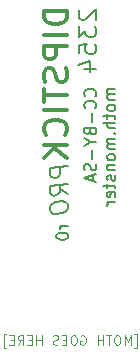
<source format=gbr>
%TF.GenerationSoftware,KiCad,Pcbnew,9.0.7*%
%TF.CreationDate,2026-01-28T18:20:07-05:00*%
%TF.ProjectId,DIPSTICKPRO_2354,44495053-5449-4434-9b50-524f5f323335,0*%
%TF.SameCoordinates,Original*%
%TF.FileFunction,Legend,Bot*%
%TF.FilePolarity,Positive*%
%FSLAX46Y46*%
G04 Gerber Fmt 4.6, Leading zero omitted, Abs format (unit mm)*
G04 Created by KiCad (PCBNEW 9.0.7) date 2026-01-28 18:20:07*
%MOMM*%
%LPD*%
G01*
G04 APERTURE LIST*
%ADD10C,0.100000*%
%ADD11C,0.150000*%
%ADD12C,0.200000*%
%ADD13C,0.300000*%
G04 APERTURE END LIST*
D10*
X-60281429Y44758439D02*
X-60090953Y44758439D01*
X-60090953Y44758439D02*
X-60090953Y45901296D01*
X-60090953Y45901296D02*
X-60281429Y45901296D01*
X-60586191Y45025105D02*
X-60586191Y45825105D01*
X-60586191Y45825105D02*
X-60852857Y45253677D01*
X-60852857Y45253677D02*
X-61119524Y45825105D01*
X-61119524Y45825105D02*
X-61119524Y45025105D01*
X-61652858Y45825105D02*
X-61805239Y45825105D01*
X-61805239Y45825105D02*
X-61881429Y45787010D01*
X-61881429Y45787010D02*
X-61957620Y45710820D01*
X-61957620Y45710820D02*
X-61995715Y45558439D01*
X-61995715Y45558439D02*
X-61995715Y45291772D01*
X-61995715Y45291772D02*
X-61957620Y45139391D01*
X-61957620Y45139391D02*
X-61881429Y45063200D01*
X-61881429Y45063200D02*
X-61805239Y45025105D01*
X-61805239Y45025105D02*
X-61652858Y45025105D01*
X-61652858Y45025105D02*
X-61576667Y45063200D01*
X-61576667Y45063200D02*
X-61500477Y45139391D01*
X-61500477Y45139391D02*
X-61462381Y45291772D01*
X-61462381Y45291772D02*
X-61462381Y45558439D01*
X-61462381Y45558439D02*
X-61500477Y45710820D01*
X-61500477Y45710820D02*
X-61576667Y45787010D01*
X-61576667Y45787010D02*
X-61652858Y45825105D01*
X-62224286Y45825105D02*
X-62681429Y45825105D01*
X-62452857Y45025105D02*
X-62452857Y45825105D01*
X-62948096Y45025105D02*
X-62948096Y45825105D01*
X-62948096Y45444153D02*
X-63405239Y45444153D01*
X-63405239Y45025105D02*
X-63405239Y45825105D01*
X-64814762Y45787010D02*
X-64738572Y45825105D01*
X-64738572Y45825105D02*
X-64624286Y45825105D01*
X-64624286Y45825105D02*
X-64510000Y45787010D01*
X-64510000Y45787010D02*
X-64433810Y45710820D01*
X-64433810Y45710820D02*
X-64395715Y45634629D01*
X-64395715Y45634629D02*
X-64357619Y45482248D01*
X-64357619Y45482248D02*
X-64357619Y45367962D01*
X-64357619Y45367962D02*
X-64395715Y45215581D01*
X-64395715Y45215581D02*
X-64433810Y45139391D01*
X-64433810Y45139391D02*
X-64510000Y45063200D01*
X-64510000Y45063200D02*
X-64624286Y45025105D01*
X-64624286Y45025105D02*
X-64700477Y45025105D01*
X-64700477Y45025105D02*
X-64814762Y45063200D01*
X-64814762Y45063200D02*
X-64852858Y45101296D01*
X-64852858Y45101296D02*
X-64852858Y45367962D01*
X-64852858Y45367962D02*
X-64700477Y45367962D01*
X-65348096Y45825105D02*
X-65500477Y45825105D01*
X-65500477Y45825105D02*
X-65576667Y45787010D01*
X-65576667Y45787010D02*
X-65652858Y45710820D01*
X-65652858Y45710820D02*
X-65690953Y45558439D01*
X-65690953Y45558439D02*
X-65690953Y45291772D01*
X-65690953Y45291772D02*
X-65652858Y45139391D01*
X-65652858Y45139391D02*
X-65576667Y45063200D01*
X-65576667Y45063200D02*
X-65500477Y45025105D01*
X-65500477Y45025105D02*
X-65348096Y45025105D01*
X-65348096Y45025105D02*
X-65271905Y45063200D01*
X-65271905Y45063200D02*
X-65195715Y45139391D01*
X-65195715Y45139391D02*
X-65157619Y45291772D01*
X-65157619Y45291772D02*
X-65157619Y45558439D01*
X-65157619Y45558439D02*
X-65195715Y45710820D01*
X-65195715Y45710820D02*
X-65271905Y45787010D01*
X-65271905Y45787010D02*
X-65348096Y45825105D01*
X-66033810Y45444153D02*
X-66300476Y45444153D01*
X-66414762Y45025105D02*
X-66033810Y45025105D01*
X-66033810Y45025105D02*
X-66033810Y45825105D01*
X-66033810Y45825105D02*
X-66414762Y45825105D01*
X-66719524Y45063200D02*
X-66833810Y45025105D01*
X-66833810Y45025105D02*
X-67024286Y45025105D01*
X-67024286Y45025105D02*
X-67100477Y45063200D01*
X-67100477Y45063200D02*
X-67138572Y45101296D01*
X-67138572Y45101296D02*
X-67176667Y45177486D01*
X-67176667Y45177486D02*
X-67176667Y45253677D01*
X-67176667Y45253677D02*
X-67138572Y45329867D01*
X-67138572Y45329867D02*
X-67100477Y45367962D01*
X-67100477Y45367962D02*
X-67024286Y45406058D01*
X-67024286Y45406058D02*
X-66871905Y45444153D01*
X-66871905Y45444153D02*
X-66795715Y45482248D01*
X-66795715Y45482248D02*
X-66757620Y45520343D01*
X-66757620Y45520343D02*
X-66719524Y45596534D01*
X-66719524Y45596534D02*
X-66719524Y45672724D01*
X-66719524Y45672724D02*
X-66757620Y45748915D01*
X-66757620Y45748915D02*
X-66795715Y45787010D01*
X-66795715Y45787010D02*
X-66871905Y45825105D01*
X-66871905Y45825105D02*
X-67062382Y45825105D01*
X-67062382Y45825105D02*
X-67176667Y45787010D01*
X-68129049Y45025105D02*
X-68129049Y45825105D01*
X-68129049Y45444153D02*
X-68586192Y45444153D01*
X-68586192Y45025105D02*
X-68586192Y45825105D01*
X-68967144Y45444153D02*
X-69233810Y45444153D01*
X-69348096Y45025105D02*
X-68967144Y45025105D01*
X-68967144Y45025105D02*
X-68967144Y45825105D01*
X-68967144Y45825105D02*
X-69348096Y45825105D01*
X-70148097Y45025105D02*
X-69881430Y45406058D01*
X-69690954Y45025105D02*
X-69690954Y45825105D01*
X-69690954Y45825105D02*
X-69995716Y45825105D01*
X-69995716Y45825105D02*
X-70071906Y45787010D01*
X-70071906Y45787010D02*
X-70110001Y45748915D01*
X-70110001Y45748915D02*
X-70148097Y45672724D01*
X-70148097Y45672724D02*
X-70148097Y45558439D01*
X-70148097Y45558439D02*
X-70110001Y45482248D01*
X-70110001Y45482248D02*
X-70071906Y45444153D01*
X-70071906Y45444153D02*
X-69995716Y45406058D01*
X-69995716Y45406058D02*
X-69690954Y45406058D01*
X-70490954Y45444153D02*
X-70757620Y45444153D01*
X-70871906Y45025105D02*
X-70490954Y45025105D01*
X-70490954Y45025105D02*
X-70490954Y45825105D01*
X-70490954Y45825105D02*
X-70871906Y45825105D01*
X-71138573Y44758439D02*
X-71329049Y44758439D01*
X-71329049Y44758439D02*
X-71329049Y45901296D01*
X-71329049Y45901296D02*
X-71138573Y45901296D01*
D11*
X-63615392Y66071793D02*
X-63567772Y66119412D01*
X-63567772Y66119412D02*
X-63520153Y66262269D01*
X-63520153Y66262269D02*
X-63520153Y66357507D01*
X-63520153Y66357507D02*
X-63567772Y66500364D01*
X-63567772Y66500364D02*
X-63663011Y66595602D01*
X-63663011Y66595602D02*
X-63758249Y66643221D01*
X-63758249Y66643221D02*
X-63948725Y66690840D01*
X-63948725Y66690840D02*
X-64091582Y66690840D01*
X-64091582Y66690840D02*
X-64282058Y66643221D01*
X-64282058Y66643221D02*
X-64377296Y66595602D01*
X-64377296Y66595602D02*
X-64472534Y66500364D01*
X-64472534Y66500364D02*
X-64520153Y66357507D01*
X-64520153Y66357507D02*
X-64520153Y66262269D01*
X-64520153Y66262269D02*
X-64472534Y66119412D01*
X-64472534Y66119412D02*
X-64424915Y66071793D01*
X-63615392Y65071793D02*
X-63567772Y65119412D01*
X-63567772Y65119412D02*
X-63520153Y65262269D01*
X-63520153Y65262269D02*
X-63520153Y65357507D01*
X-63520153Y65357507D02*
X-63567772Y65500364D01*
X-63567772Y65500364D02*
X-63663011Y65595602D01*
X-63663011Y65595602D02*
X-63758249Y65643221D01*
X-63758249Y65643221D02*
X-63948725Y65690840D01*
X-63948725Y65690840D02*
X-64091582Y65690840D01*
X-64091582Y65690840D02*
X-64282058Y65643221D01*
X-64282058Y65643221D02*
X-64377296Y65595602D01*
X-64377296Y65595602D02*
X-64472534Y65500364D01*
X-64472534Y65500364D02*
X-64520153Y65357507D01*
X-64520153Y65357507D02*
X-64520153Y65262269D01*
X-64520153Y65262269D02*
X-64472534Y65119412D01*
X-64472534Y65119412D02*
X-64424915Y65071793D01*
X-63901106Y64643221D02*
X-63901106Y63881316D01*
X-64043963Y63071793D02*
X-63996344Y62928936D01*
X-63996344Y62928936D02*
X-63948725Y62881317D01*
X-63948725Y62881317D02*
X-63853487Y62833698D01*
X-63853487Y62833698D02*
X-63710630Y62833698D01*
X-63710630Y62833698D02*
X-63615392Y62881317D01*
X-63615392Y62881317D02*
X-63567772Y62928936D01*
X-63567772Y62928936D02*
X-63520153Y63024174D01*
X-63520153Y63024174D02*
X-63520153Y63405126D01*
X-63520153Y63405126D02*
X-64520153Y63405126D01*
X-64520153Y63405126D02*
X-64520153Y63071793D01*
X-64520153Y63071793D02*
X-64472534Y62976555D01*
X-64472534Y62976555D02*
X-64424915Y62928936D01*
X-64424915Y62928936D02*
X-64329677Y62881317D01*
X-64329677Y62881317D02*
X-64234439Y62881317D01*
X-64234439Y62881317D02*
X-64139201Y62928936D01*
X-64139201Y62928936D02*
X-64091582Y62976555D01*
X-64091582Y62976555D02*
X-64043963Y63071793D01*
X-64043963Y63071793D02*
X-64043963Y63405126D01*
X-63996344Y62214650D02*
X-63520153Y62214650D01*
X-64520153Y62547983D02*
X-63996344Y62214650D01*
X-63996344Y62214650D02*
X-64520153Y61881317D01*
X-63901106Y61547983D02*
X-63901106Y60786078D01*
X-63567772Y60357507D02*
X-63520153Y60214650D01*
X-63520153Y60214650D02*
X-63520153Y59976555D01*
X-63520153Y59976555D02*
X-63567772Y59881317D01*
X-63567772Y59881317D02*
X-63615392Y59833698D01*
X-63615392Y59833698D02*
X-63710630Y59786079D01*
X-63710630Y59786079D02*
X-63805868Y59786079D01*
X-63805868Y59786079D02*
X-63901106Y59833698D01*
X-63901106Y59833698D02*
X-63948725Y59881317D01*
X-63948725Y59881317D02*
X-63996344Y59976555D01*
X-63996344Y59976555D02*
X-64043963Y60167031D01*
X-64043963Y60167031D02*
X-64091582Y60262269D01*
X-64091582Y60262269D02*
X-64139201Y60309888D01*
X-64139201Y60309888D02*
X-64234439Y60357507D01*
X-64234439Y60357507D02*
X-64329677Y60357507D01*
X-64329677Y60357507D02*
X-64424915Y60309888D01*
X-64424915Y60309888D02*
X-64472534Y60262269D01*
X-64472534Y60262269D02*
X-64520153Y60167031D01*
X-64520153Y60167031D02*
X-64520153Y59928936D01*
X-64520153Y59928936D02*
X-64472534Y59786079D01*
X-63805868Y59405126D02*
X-63805868Y58928936D01*
X-63520153Y59500364D02*
X-64520153Y59167031D01*
X-64520153Y59167031D02*
X-63520153Y58833698D01*
X-61910209Y66643221D02*
X-62576876Y66643221D01*
X-62481638Y66643221D02*
X-62529257Y66595602D01*
X-62529257Y66595602D02*
X-62576876Y66500364D01*
X-62576876Y66500364D02*
X-62576876Y66357507D01*
X-62576876Y66357507D02*
X-62529257Y66262269D01*
X-62529257Y66262269D02*
X-62434019Y66214650D01*
X-62434019Y66214650D02*
X-61910209Y66214650D01*
X-62434019Y66214650D02*
X-62529257Y66167031D01*
X-62529257Y66167031D02*
X-62576876Y66071793D01*
X-62576876Y66071793D02*
X-62576876Y65928936D01*
X-62576876Y65928936D02*
X-62529257Y65833697D01*
X-62529257Y65833697D02*
X-62434019Y65786078D01*
X-62434019Y65786078D02*
X-61910209Y65786078D01*
X-61910209Y65167031D02*
X-61957828Y65262269D01*
X-61957828Y65262269D02*
X-62005448Y65309888D01*
X-62005448Y65309888D02*
X-62100686Y65357507D01*
X-62100686Y65357507D02*
X-62386400Y65357507D01*
X-62386400Y65357507D02*
X-62481638Y65309888D01*
X-62481638Y65309888D02*
X-62529257Y65262269D01*
X-62529257Y65262269D02*
X-62576876Y65167031D01*
X-62576876Y65167031D02*
X-62576876Y65024174D01*
X-62576876Y65024174D02*
X-62529257Y64928936D01*
X-62529257Y64928936D02*
X-62481638Y64881317D01*
X-62481638Y64881317D02*
X-62386400Y64833698D01*
X-62386400Y64833698D02*
X-62100686Y64833698D01*
X-62100686Y64833698D02*
X-62005448Y64881317D01*
X-62005448Y64881317D02*
X-61957828Y64928936D01*
X-61957828Y64928936D02*
X-61910209Y65024174D01*
X-61910209Y65024174D02*
X-61910209Y65167031D01*
X-62576876Y64547983D02*
X-62576876Y64167031D01*
X-62910209Y64405126D02*
X-62053067Y64405126D01*
X-62053067Y64405126D02*
X-61957828Y64357507D01*
X-61957828Y64357507D02*
X-61910209Y64262269D01*
X-61910209Y64262269D02*
X-61910209Y64167031D01*
X-61910209Y63833697D02*
X-62910209Y63833697D01*
X-61910209Y63405126D02*
X-62434019Y63405126D01*
X-62434019Y63405126D02*
X-62529257Y63452745D01*
X-62529257Y63452745D02*
X-62576876Y63547983D01*
X-62576876Y63547983D02*
X-62576876Y63690840D01*
X-62576876Y63690840D02*
X-62529257Y63786078D01*
X-62529257Y63786078D02*
X-62481638Y63833697D01*
X-62005448Y62928935D02*
X-61957828Y62881316D01*
X-61957828Y62881316D02*
X-61910209Y62928935D01*
X-61910209Y62928935D02*
X-61957828Y62976554D01*
X-61957828Y62976554D02*
X-62005448Y62928935D01*
X-62005448Y62928935D02*
X-61910209Y62928935D01*
X-61910209Y62452745D02*
X-62576876Y62452745D01*
X-62481638Y62452745D02*
X-62529257Y62405126D01*
X-62529257Y62405126D02*
X-62576876Y62309888D01*
X-62576876Y62309888D02*
X-62576876Y62167031D01*
X-62576876Y62167031D02*
X-62529257Y62071793D01*
X-62529257Y62071793D02*
X-62434019Y62024174D01*
X-62434019Y62024174D02*
X-61910209Y62024174D01*
X-62434019Y62024174D02*
X-62529257Y61976555D01*
X-62529257Y61976555D02*
X-62576876Y61881317D01*
X-62576876Y61881317D02*
X-62576876Y61738460D01*
X-62576876Y61738460D02*
X-62529257Y61643221D01*
X-62529257Y61643221D02*
X-62434019Y61595602D01*
X-62434019Y61595602D02*
X-61910209Y61595602D01*
X-61910209Y60976555D02*
X-61957828Y61071793D01*
X-61957828Y61071793D02*
X-62005448Y61119412D01*
X-62005448Y61119412D02*
X-62100686Y61167031D01*
X-62100686Y61167031D02*
X-62386400Y61167031D01*
X-62386400Y61167031D02*
X-62481638Y61119412D01*
X-62481638Y61119412D02*
X-62529257Y61071793D01*
X-62529257Y61071793D02*
X-62576876Y60976555D01*
X-62576876Y60976555D02*
X-62576876Y60833698D01*
X-62576876Y60833698D02*
X-62529257Y60738460D01*
X-62529257Y60738460D02*
X-62481638Y60690841D01*
X-62481638Y60690841D02*
X-62386400Y60643222D01*
X-62386400Y60643222D02*
X-62100686Y60643222D01*
X-62100686Y60643222D02*
X-62005448Y60690841D01*
X-62005448Y60690841D02*
X-61957828Y60738460D01*
X-61957828Y60738460D02*
X-61910209Y60833698D01*
X-61910209Y60833698D02*
X-61910209Y60976555D01*
X-62576876Y60214650D02*
X-61910209Y60214650D01*
X-62481638Y60214650D02*
X-62529257Y60167031D01*
X-62529257Y60167031D02*
X-62576876Y60071793D01*
X-62576876Y60071793D02*
X-62576876Y59928936D01*
X-62576876Y59928936D02*
X-62529257Y59833698D01*
X-62529257Y59833698D02*
X-62434019Y59786079D01*
X-62434019Y59786079D02*
X-61910209Y59786079D01*
X-61957828Y59357507D02*
X-61910209Y59262269D01*
X-61910209Y59262269D02*
X-61910209Y59071793D01*
X-61910209Y59071793D02*
X-61957828Y58976555D01*
X-61957828Y58976555D02*
X-62053067Y58928936D01*
X-62053067Y58928936D02*
X-62100686Y58928936D01*
X-62100686Y58928936D02*
X-62195924Y58976555D01*
X-62195924Y58976555D02*
X-62243543Y59071793D01*
X-62243543Y59071793D02*
X-62243543Y59214650D01*
X-62243543Y59214650D02*
X-62291162Y59309888D01*
X-62291162Y59309888D02*
X-62386400Y59357507D01*
X-62386400Y59357507D02*
X-62434019Y59357507D01*
X-62434019Y59357507D02*
X-62529257Y59309888D01*
X-62529257Y59309888D02*
X-62576876Y59214650D01*
X-62576876Y59214650D02*
X-62576876Y59071793D01*
X-62576876Y59071793D02*
X-62529257Y58976555D01*
X-62576876Y58643221D02*
X-62576876Y58262269D01*
X-62910209Y58500364D02*
X-62053067Y58500364D01*
X-62053067Y58500364D02*
X-61957828Y58452745D01*
X-61957828Y58452745D02*
X-61910209Y58357507D01*
X-61910209Y58357507D02*
X-61910209Y58262269D01*
X-61957828Y57547983D02*
X-61910209Y57643221D01*
X-61910209Y57643221D02*
X-61910209Y57833697D01*
X-61910209Y57833697D02*
X-61957828Y57928935D01*
X-61957828Y57928935D02*
X-62053067Y57976554D01*
X-62053067Y57976554D02*
X-62434019Y57976554D01*
X-62434019Y57976554D02*
X-62529257Y57928935D01*
X-62529257Y57928935D02*
X-62576876Y57833697D01*
X-62576876Y57833697D02*
X-62576876Y57643221D01*
X-62576876Y57643221D02*
X-62529257Y57547983D01*
X-62529257Y57547983D02*
X-62434019Y57500364D01*
X-62434019Y57500364D02*
X-62338781Y57500364D01*
X-62338781Y57500364D02*
X-62243543Y57976554D01*
X-61910209Y57071792D02*
X-62576876Y57071792D01*
X-62386400Y57071792D02*
X-62481638Y57024173D01*
X-62481638Y57024173D02*
X-62529257Y56976554D01*
X-62529257Y56976554D02*
X-62576876Y56881316D01*
X-62576876Y56881316D02*
X-62576876Y56786078D01*
D12*
X-65903972Y60150208D02*
X-67403972Y59962708D01*
X-67403972Y59962708D02*
X-67403972Y59391280D01*
X-67403972Y59391280D02*
X-67332543Y59257351D01*
X-67332543Y59257351D02*
X-67261115Y59194851D01*
X-67261115Y59194851D02*
X-67118258Y59141280D01*
X-67118258Y59141280D02*
X-66903972Y59168065D01*
X-66903972Y59168065D02*
X-66761115Y59257351D01*
X-66761115Y59257351D02*
X-66689686Y59337708D01*
X-66689686Y59337708D02*
X-66618258Y59489494D01*
X-66618258Y59489494D02*
X-66618258Y60060922D01*
X-65903972Y57793065D02*
X-66618258Y58203780D01*
X-65903972Y58650208D02*
X-67403972Y58462708D01*
X-67403972Y58462708D02*
X-67403972Y57891280D01*
X-67403972Y57891280D02*
X-67332543Y57757351D01*
X-67332543Y57757351D02*
X-67261115Y57694851D01*
X-67261115Y57694851D02*
X-67118258Y57641280D01*
X-67118258Y57641280D02*
X-66903972Y57668065D01*
X-66903972Y57668065D02*
X-66761115Y57757351D01*
X-66761115Y57757351D02*
X-66689686Y57837708D01*
X-66689686Y57837708D02*
X-66618258Y57989494D01*
X-66618258Y57989494D02*
X-66618258Y58560922D01*
X-67403972Y56676994D02*
X-67403972Y56391280D01*
X-67403972Y56391280D02*
X-67332543Y56257351D01*
X-67332543Y56257351D02*
X-67189686Y56132351D01*
X-67189686Y56132351D02*
X-66903972Y56096637D01*
X-66903972Y56096637D02*
X-66403972Y56159137D01*
X-66403972Y56159137D02*
X-66118258Y56266280D01*
X-66118258Y56266280D02*
X-65975400Y56426994D01*
X-65975400Y56426994D02*
X-65903972Y56578780D01*
X-65903972Y56578780D02*
X-65903972Y56864494D01*
X-65903972Y56864494D02*
X-65975400Y56998422D01*
X-65975400Y56998422D02*
X-66118258Y57123422D01*
X-66118258Y57123422D02*
X-66403972Y57159137D01*
X-66403972Y57159137D02*
X-66903972Y57096637D01*
X-66903972Y57096637D02*
X-67189686Y56989494D01*
X-67189686Y56989494D02*
X-67332543Y56828780D01*
X-67332543Y56828780D02*
X-67403972Y56676994D01*
D11*
X-65890181Y55077018D02*
X-66556848Y55077018D01*
X-66366372Y55077018D02*
X-66461610Y55029399D01*
X-66461610Y55029399D02*
X-66509229Y54981780D01*
X-66509229Y54981780D02*
X-66556848Y54886542D01*
X-66556848Y54886542D02*
X-66556848Y54791304D01*
X-66890181Y54267494D02*
X-66890181Y54172256D01*
X-66890181Y54172256D02*
X-66842562Y54077018D01*
X-66842562Y54077018D02*
X-66794943Y54029399D01*
X-66794943Y54029399D02*
X-66699705Y53981780D01*
X-66699705Y53981780D02*
X-66509229Y53934161D01*
X-66509229Y53934161D02*
X-66271134Y53934161D01*
X-66271134Y53934161D02*
X-66080658Y53981780D01*
X-66080658Y53981780D02*
X-65985420Y54029399D01*
X-65985420Y54029399D02*
X-65937800Y54077018D01*
X-65937800Y54077018D02*
X-65890181Y54172256D01*
X-65890181Y54172256D02*
X-65890181Y54267494D01*
X-65890181Y54267494D02*
X-65937800Y54362732D01*
X-65937800Y54362732D02*
X-65985420Y54410351D01*
X-65985420Y54410351D02*
X-66080658Y54457970D01*
X-66080658Y54457970D02*
X-66271134Y54505589D01*
X-66271134Y54505589D02*
X-66509229Y54505589D01*
X-66509229Y54505589D02*
X-66699705Y54457970D01*
X-66699705Y54457970D02*
X-66794943Y54410351D01*
X-66794943Y54410351D02*
X-66842562Y54362732D01*
X-66842562Y54362732D02*
X-66890181Y54267494D01*
D13*
X-65970362Y73291442D02*
X-67970362Y73291442D01*
X-67970362Y73291442D02*
X-67970362Y72815252D01*
X-67970362Y72815252D02*
X-67875124Y72529537D01*
X-67875124Y72529537D02*
X-67684648Y72339061D01*
X-67684648Y72339061D02*
X-67494172Y72243823D01*
X-67494172Y72243823D02*
X-67113220Y72148585D01*
X-67113220Y72148585D02*
X-66827505Y72148585D01*
X-66827505Y72148585D02*
X-66446553Y72243823D01*
X-66446553Y72243823D02*
X-66256077Y72339061D01*
X-66256077Y72339061D02*
X-66065600Y72529537D01*
X-66065600Y72529537D02*
X-65970362Y72815252D01*
X-65970362Y72815252D02*
X-65970362Y73291442D01*
X-65970362Y71291442D02*
X-67970362Y71291442D01*
X-65970362Y70339061D02*
X-67970362Y70339061D01*
X-67970362Y70339061D02*
X-67970362Y69577156D01*
X-67970362Y69577156D02*
X-67875124Y69386680D01*
X-67875124Y69386680D02*
X-67779886Y69291442D01*
X-67779886Y69291442D02*
X-67589410Y69196204D01*
X-67589410Y69196204D02*
X-67303696Y69196204D01*
X-67303696Y69196204D02*
X-67113220Y69291442D01*
X-67113220Y69291442D02*
X-67017981Y69386680D01*
X-67017981Y69386680D02*
X-66922743Y69577156D01*
X-66922743Y69577156D02*
X-66922743Y70339061D01*
X-66065600Y68434299D02*
X-65970362Y68148585D01*
X-65970362Y68148585D02*
X-65970362Y67672394D01*
X-65970362Y67672394D02*
X-66065600Y67481918D01*
X-66065600Y67481918D02*
X-66160839Y67386680D01*
X-66160839Y67386680D02*
X-66351315Y67291442D01*
X-66351315Y67291442D02*
X-66541791Y67291442D01*
X-66541791Y67291442D02*
X-66732267Y67386680D01*
X-66732267Y67386680D02*
X-66827505Y67481918D01*
X-66827505Y67481918D02*
X-66922743Y67672394D01*
X-66922743Y67672394D02*
X-67017981Y68053347D01*
X-67017981Y68053347D02*
X-67113220Y68243823D01*
X-67113220Y68243823D02*
X-67208458Y68339061D01*
X-67208458Y68339061D02*
X-67398934Y68434299D01*
X-67398934Y68434299D02*
X-67589410Y68434299D01*
X-67589410Y68434299D02*
X-67779886Y68339061D01*
X-67779886Y68339061D02*
X-67875124Y68243823D01*
X-67875124Y68243823D02*
X-67970362Y68053347D01*
X-67970362Y68053347D02*
X-67970362Y67577156D01*
X-67970362Y67577156D02*
X-67875124Y67291442D01*
X-67970362Y66720013D02*
X-67970362Y65577156D01*
X-65970362Y66148585D02*
X-67970362Y66148585D01*
X-65970362Y64910489D02*
X-67970362Y64910489D01*
X-66160839Y62815251D02*
X-66065600Y62910489D01*
X-66065600Y62910489D02*
X-65970362Y63196203D01*
X-65970362Y63196203D02*
X-65970362Y63386679D01*
X-65970362Y63386679D02*
X-66065600Y63672394D01*
X-66065600Y63672394D02*
X-66256077Y63862870D01*
X-66256077Y63862870D02*
X-66446553Y63958108D01*
X-66446553Y63958108D02*
X-66827505Y64053346D01*
X-66827505Y64053346D02*
X-67113220Y64053346D01*
X-67113220Y64053346D02*
X-67494172Y63958108D01*
X-67494172Y63958108D02*
X-67684648Y63862870D01*
X-67684648Y63862870D02*
X-67875124Y63672394D01*
X-67875124Y63672394D02*
X-67970362Y63386679D01*
X-67970362Y63386679D02*
X-67970362Y63196203D01*
X-67970362Y63196203D02*
X-67875124Y62910489D01*
X-67875124Y62910489D02*
X-67779886Y62815251D01*
X-65970362Y61958108D02*
X-67970362Y61958108D01*
X-65970362Y60815251D02*
X-67113220Y61672394D01*
X-67970362Y60815251D02*
X-66827505Y61958108D01*
D12*
X-64871115Y73361428D02*
X-64942543Y73290000D01*
X-64942543Y73290000D02*
X-65013972Y73147142D01*
X-65013972Y73147142D02*
X-65013972Y72790000D01*
X-65013972Y72790000D02*
X-64942543Y72647142D01*
X-64942543Y72647142D02*
X-64871115Y72575714D01*
X-64871115Y72575714D02*
X-64728258Y72504285D01*
X-64728258Y72504285D02*
X-64585400Y72504285D01*
X-64585400Y72504285D02*
X-64371115Y72575714D01*
X-64371115Y72575714D02*
X-63513972Y73432857D01*
X-63513972Y73432857D02*
X-63513972Y72504285D01*
X-65013972Y72004286D02*
X-65013972Y71075714D01*
X-65013972Y71075714D02*
X-64442543Y71575714D01*
X-64442543Y71575714D02*
X-64442543Y71361429D01*
X-64442543Y71361429D02*
X-64371115Y71218571D01*
X-64371115Y71218571D02*
X-64299686Y71147143D01*
X-64299686Y71147143D02*
X-64156829Y71075714D01*
X-64156829Y71075714D02*
X-63799686Y71075714D01*
X-63799686Y71075714D02*
X-63656829Y71147143D01*
X-63656829Y71147143D02*
X-63585400Y71218571D01*
X-63585400Y71218571D02*
X-63513972Y71361429D01*
X-63513972Y71361429D02*
X-63513972Y71790000D01*
X-63513972Y71790000D02*
X-63585400Y71932857D01*
X-63585400Y71932857D02*
X-63656829Y72004286D01*
X-65013972Y69718572D02*
X-65013972Y70432858D01*
X-65013972Y70432858D02*
X-64299686Y70504286D01*
X-64299686Y70504286D02*
X-64371115Y70432858D01*
X-64371115Y70432858D02*
X-64442543Y70290000D01*
X-64442543Y70290000D02*
X-64442543Y69932858D01*
X-64442543Y69932858D02*
X-64371115Y69790000D01*
X-64371115Y69790000D02*
X-64299686Y69718572D01*
X-64299686Y69718572D02*
X-64156829Y69647143D01*
X-64156829Y69647143D02*
X-63799686Y69647143D01*
X-63799686Y69647143D02*
X-63656829Y69718572D01*
X-63656829Y69718572D02*
X-63585400Y69790000D01*
X-63585400Y69790000D02*
X-63513972Y69932858D01*
X-63513972Y69932858D02*
X-63513972Y70290000D01*
X-63513972Y70290000D02*
X-63585400Y70432858D01*
X-63585400Y70432858D02*
X-63656829Y70504286D01*
X-64513972Y68361429D02*
X-63513972Y68361429D01*
X-65085400Y68718572D02*
X-64013972Y69075715D01*
X-64013972Y69075715D02*
X-64013972Y68147144D01*
%LPC*%
G36*
X-70782757Y43693021D02*
G01*
X-70781470Y43692871D01*
X-70781461Y43692870D01*
X-70608695Y43672675D01*
X-70608689Y43672674D01*
X-70606348Y43672400D01*
X-70594913Y43669829D01*
X-70592674Y43669072D01*
X-70592670Y43669071D01*
X-70428331Y43613506D01*
X-70428326Y43613504D01*
X-70426094Y43612749D01*
X-70415444Y43607853D01*
X-70262205Y43516883D01*
X-70252808Y43509878D01*
X-70251079Y43508282D01*
X-70251075Y43508279D01*
X-70174543Y43437634D01*
X-70121861Y43389004D01*
X-70114128Y43380196D01*
X-70011209Y43234712D01*
X-70005478Y43224488D01*
X-69935097Y43060768D01*
X-69931621Y43049575D01*
X-69896876Y42874875D01*
X-69895800Y42863951D01*
X-69895800Y42861745D01*
X-69895800Y41728308D01*
X-69894288Y41720701D01*
X-69832103Y41570575D01*
X-69793820Y41378115D01*
X-69793820Y41181885D01*
X-69832103Y40989425D01*
X-69907197Y40808132D01*
X-70016217Y40644972D01*
X-70154972Y40506217D01*
X-70318132Y40397197D01*
X-70499425Y40322103D01*
X-70691885Y40283820D01*
X-70888115Y40283820D01*
X-71080575Y40322103D01*
X-71261868Y40397197D01*
X-71425028Y40506217D01*
X-71563783Y40644972D01*
X-71672803Y40808132D01*
X-71747897Y40989425D01*
X-71786180Y41181885D01*
X-71786180Y41378115D01*
X-71747897Y41570575D01*
X-71685713Y41720701D01*
X-71684200Y41728308D01*
X-71684200Y42861851D01*
X-71684200Y42863803D01*
X-71683363Y42873447D01*
X-71683029Y42875360D01*
X-71683028Y42875367D01*
X-71652918Y43047596D01*
X-71652916Y43047605D01*
X-71652496Y43050004D01*
X-71649117Y43061677D01*
X-71648185Y43063942D01*
X-71581712Y43225418D01*
X-71581709Y43225425D01*
X-71580780Y43227680D01*
X-71574962Y43238349D01*
X-71573572Y43240347D01*
X-71573563Y43240363D01*
X-71473828Y43383689D01*
X-71473821Y43383698D01*
X-71472425Y43385703D01*
X-71464443Y43394866D01*
X-71332531Y43516630D01*
X-71322760Y43523855D01*
X-71320652Y43525085D01*
X-71320643Y43525091D01*
X-71169805Y43613062D01*
X-71169796Y43613067D01*
X-71167687Y43614296D01*
X-71156587Y43619243D01*
X-71154262Y43619990D01*
X-71154251Y43619994D01*
X-70987994Y43673353D01*
X-70987980Y43673356D01*
X-70985655Y43674102D01*
X-70973749Y43676538D01*
X-70971312Y43676766D01*
X-70971310Y43676766D01*
X-70796840Y43693060D01*
X-70796836Y43693061D01*
X-70795799Y43693157D01*
X-70790592Y43693400D01*
X-70789259Y43693400D01*
X-70782757Y43693021D01*
G37*
G36*
X-68242757Y43693021D02*
G01*
X-68241470Y43692871D01*
X-68241461Y43692870D01*
X-68068695Y43672675D01*
X-68068689Y43672674D01*
X-68066348Y43672400D01*
X-68054913Y43669829D01*
X-68052674Y43669072D01*
X-68052670Y43669071D01*
X-67888331Y43613506D01*
X-67888326Y43613504D01*
X-67886094Y43612749D01*
X-67875444Y43607853D01*
X-67722205Y43516883D01*
X-67712808Y43509878D01*
X-67711079Y43508282D01*
X-67711075Y43508279D01*
X-67634543Y43437634D01*
X-67581861Y43389004D01*
X-67574128Y43380196D01*
X-67471209Y43234712D01*
X-67465478Y43224488D01*
X-67395097Y43060768D01*
X-67391621Y43049575D01*
X-67356876Y42874875D01*
X-67355800Y42863951D01*
X-67355800Y42861745D01*
X-67355800Y41728308D01*
X-67354288Y41720701D01*
X-67292103Y41570575D01*
X-67253820Y41378115D01*
X-67253820Y41181885D01*
X-67292103Y40989425D01*
X-67367197Y40808132D01*
X-67476217Y40644972D01*
X-67614972Y40506217D01*
X-67778132Y40397197D01*
X-67959425Y40322103D01*
X-68151885Y40283820D01*
X-68348115Y40283820D01*
X-68540575Y40322103D01*
X-68721868Y40397197D01*
X-68885028Y40506217D01*
X-69023783Y40644972D01*
X-69132803Y40808132D01*
X-69207897Y40989425D01*
X-69246180Y41181885D01*
X-69246180Y41378115D01*
X-69207897Y41570575D01*
X-69145713Y41720701D01*
X-69144200Y41728308D01*
X-69144200Y42861851D01*
X-69144200Y42863803D01*
X-69143363Y42873447D01*
X-69143029Y42875360D01*
X-69143028Y42875367D01*
X-69112918Y43047596D01*
X-69112916Y43047605D01*
X-69112496Y43050004D01*
X-69109117Y43061677D01*
X-69108185Y43063942D01*
X-69041712Y43225418D01*
X-69041709Y43225425D01*
X-69040780Y43227680D01*
X-69034962Y43238349D01*
X-69033572Y43240347D01*
X-69033563Y43240363D01*
X-68933828Y43383689D01*
X-68933821Y43383698D01*
X-68932425Y43385703D01*
X-68924443Y43394866D01*
X-68792531Y43516630D01*
X-68782760Y43523855D01*
X-68780652Y43525085D01*
X-68780643Y43525091D01*
X-68629805Y43613062D01*
X-68629796Y43613067D01*
X-68627687Y43614296D01*
X-68616587Y43619243D01*
X-68614262Y43619990D01*
X-68614251Y43619994D01*
X-68447994Y43673353D01*
X-68447980Y43673356D01*
X-68445655Y43674102D01*
X-68433749Y43676538D01*
X-68431312Y43676766D01*
X-68431310Y43676766D01*
X-68256840Y43693060D01*
X-68256836Y43693061D01*
X-68255799Y43693157D01*
X-68250592Y43693400D01*
X-68249259Y43693400D01*
X-68242757Y43693021D01*
G37*
G36*
X-65702757Y43693021D02*
G01*
X-65701470Y43692871D01*
X-65701461Y43692870D01*
X-65528695Y43672675D01*
X-65528689Y43672674D01*
X-65526348Y43672400D01*
X-65514913Y43669829D01*
X-65512674Y43669072D01*
X-65512670Y43669071D01*
X-65348331Y43613506D01*
X-65348326Y43613504D01*
X-65346094Y43612749D01*
X-65335444Y43607853D01*
X-65182205Y43516883D01*
X-65172808Y43509878D01*
X-65171079Y43508282D01*
X-65171075Y43508279D01*
X-65094543Y43437634D01*
X-65041861Y43389004D01*
X-65034128Y43380196D01*
X-64931209Y43234712D01*
X-64925478Y43224488D01*
X-64855097Y43060768D01*
X-64851621Y43049575D01*
X-64816876Y42874875D01*
X-64815800Y42863951D01*
X-64815800Y42861745D01*
X-64815800Y41728308D01*
X-64814288Y41720701D01*
X-64752103Y41570575D01*
X-64713820Y41378115D01*
X-64713820Y41181885D01*
X-64752103Y40989425D01*
X-64827197Y40808132D01*
X-64936217Y40644972D01*
X-65074972Y40506217D01*
X-65238132Y40397197D01*
X-65419425Y40322103D01*
X-65611885Y40283820D01*
X-65808115Y40283820D01*
X-66000575Y40322103D01*
X-66181868Y40397197D01*
X-66345028Y40506217D01*
X-66483783Y40644972D01*
X-66592803Y40808132D01*
X-66667897Y40989425D01*
X-66706180Y41181885D01*
X-66706180Y41378115D01*
X-66667897Y41570575D01*
X-66605713Y41720701D01*
X-66604200Y41728308D01*
X-66604200Y42861851D01*
X-66604200Y42863803D01*
X-66603363Y42873447D01*
X-66603029Y42875360D01*
X-66603028Y42875367D01*
X-66572918Y43047596D01*
X-66572916Y43047605D01*
X-66572496Y43050004D01*
X-66569117Y43061677D01*
X-66568185Y43063942D01*
X-66501712Y43225418D01*
X-66501709Y43225425D01*
X-66500780Y43227680D01*
X-66494962Y43238349D01*
X-66493572Y43240347D01*
X-66493563Y43240363D01*
X-66393828Y43383689D01*
X-66393821Y43383698D01*
X-66392425Y43385703D01*
X-66384443Y43394866D01*
X-66252531Y43516630D01*
X-66242760Y43523855D01*
X-66240652Y43525085D01*
X-66240643Y43525091D01*
X-66089805Y43613062D01*
X-66089796Y43613067D01*
X-66087687Y43614296D01*
X-66076587Y43619243D01*
X-66074262Y43619990D01*
X-66074251Y43619994D01*
X-65907994Y43673353D01*
X-65907980Y43673356D01*
X-65905655Y43674102D01*
X-65893749Y43676538D01*
X-65891312Y43676766D01*
X-65891310Y43676766D01*
X-65716840Y43693060D01*
X-65716836Y43693061D01*
X-65715799Y43693157D01*
X-65710592Y43693400D01*
X-65709259Y43693400D01*
X-65702757Y43693021D01*
G37*
G36*
X-63162757Y43693021D02*
G01*
X-63161470Y43692871D01*
X-63161461Y43692870D01*
X-62988695Y43672675D01*
X-62988689Y43672674D01*
X-62986348Y43672400D01*
X-62974913Y43669829D01*
X-62972674Y43669072D01*
X-62972670Y43669071D01*
X-62808331Y43613506D01*
X-62808326Y43613504D01*
X-62806094Y43612749D01*
X-62795444Y43607853D01*
X-62642205Y43516883D01*
X-62632808Y43509878D01*
X-62631079Y43508282D01*
X-62631075Y43508279D01*
X-62554543Y43437634D01*
X-62501861Y43389004D01*
X-62494128Y43380196D01*
X-62391209Y43234712D01*
X-62385478Y43224488D01*
X-62315097Y43060768D01*
X-62311621Y43049575D01*
X-62276876Y42874875D01*
X-62275800Y42863951D01*
X-62275800Y42861745D01*
X-62275800Y41728308D01*
X-62274288Y41720701D01*
X-62212103Y41570575D01*
X-62173820Y41378115D01*
X-62173820Y41181885D01*
X-62212103Y40989425D01*
X-62287197Y40808132D01*
X-62396217Y40644972D01*
X-62534972Y40506217D01*
X-62698132Y40397197D01*
X-62879425Y40322103D01*
X-63071885Y40283820D01*
X-63268115Y40283820D01*
X-63460575Y40322103D01*
X-63641868Y40397197D01*
X-63805028Y40506217D01*
X-63943783Y40644972D01*
X-64052803Y40808132D01*
X-64127897Y40989425D01*
X-64166180Y41181885D01*
X-64166180Y41378115D01*
X-64127897Y41570575D01*
X-64065713Y41720701D01*
X-64064200Y41728308D01*
X-64064200Y42861851D01*
X-64064200Y42863803D01*
X-64063363Y42873447D01*
X-64063029Y42875360D01*
X-64063028Y42875367D01*
X-64032918Y43047596D01*
X-64032916Y43047605D01*
X-64032496Y43050004D01*
X-64029117Y43061677D01*
X-64028185Y43063942D01*
X-63961712Y43225418D01*
X-63961709Y43225425D01*
X-63960780Y43227680D01*
X-63954962Y43238349D01*
X-63953572Y43240347D01*
X-63953563Y43240363D01*
X-63853828Y43383689D01*
X-63853821Y43383698D01*
X-63852425Y43385703D01*
X-63844443Y43394866D01*
X-63712531Y43516630D01*
X-63702760Y43523855D01*
X-63700652Y43525085D01*
X-63700643Y43525091D01*
X-63549805Y43613062D01*
X-63549796Y43613067D01*
X-63547687Y43614296D01*
X-63536587Y43619243D01*
X-63534262Y43619990D01*
X-63534251Y43619994D01*
X-63367994Y43673353D01*
X-63367980Y43673356D01*
X-63365655Y43674102D01*
X-63353749Y43676538D01*
X-63351312Y43676766D01*
X-63351310Y43676766D01*
X-63176840Y43693060D01*
X-63176836Y43693061D01*
X-63175799Y43693157D01*
X-63170592Y43693400D01*
X-63169259Y43693400D01*
X-63162757Y43693021D01*
G37*
G36*
X-60622757Y43693021D02*
G01*
X-60621470Y43692871D01*
X-60621461Y43692870D01*
X-60448695Y43672675D01*
X-60448689Y43672674D01*
X-60446348Y43672400D01*
X-60434913Y43669829D01*
X-60432674Y43669072D01*
X-60432670Y43669071D01*
X-60268331Y43613506D01*
X-60268326Y43613504D01*
X-60266094Y43612749D01*
X-60255444Y43607853D01*
X-60102205Y43516883D01*
X-60092808Y43509878D01*
X-60091079Y43508282D01*
X-60091075Y43508279D01*
X-60014543Y43437634D01*
X-59961861Y43389004D01*
X-59954128Y43380196D01*
X-59851209Y43234712D01*
X-59845478Y43224488D01*
X-59775097Y43060768D01*
X-59771621Y43049575D01*
X-59736876Y42874875D01*
X-59735800Y42863951D01*
X-59735800Y42861745D01*
X-59735800Y41728308D01*
X-59734288Y41720701D01*
X-59672103Y41570575D01*
X-59633820Y41378115D01*
X-59633820Y41181885D01*
X-59672103Y40989425D01*
X-59747197Y40808132D01*
X-59856217Y40644972D01*
X-59994972Y40506217D01*
X-60158132Y40397197D01*
X-60339425Y40322103D01*
X-60531885Y40283820D01*
X-60728115Y40283820D01*
X-60920575Y40322103D01*
X-61101868Y40397197D01*
X-61265028Y40506217D01*
X-61403783Y40644972D01*
X-61512803Y40808132D01*
X-61587897Y40989425D01*
X-61626180Y41181885D01*
X-61626180Y41378115D01*
X-61587897Y41570575D01*
X-61525713Y41720701D01*
X-61524200Y41728308D01*
X-61524200Y42861851D01*
X-61524200Y42863803D01*
X-61523363Y42873447D01*
X-61523029Y42875360D01*
X-61523028Y42875367D01*
X-61492918Y43047596D01*
X-61492916Y43047605D01*
X-61492496Y43050004D01*
X-61489117Y43061677D01*
X-61488185Y43063942D01*
X-61421712Y43225418D01*
X-61421709Y43225425D01*
X-61420780Y43227680D01*
X-61414962Y43238349D01*
X-61413572Y43240347D01*
X-61413563Y43240363D01*
X-61313828Y43383689D01*
X-61313821Y43383698D01*
X-61312425Y43385703D01*
X-61304443Y43394866D01*
X-61172531Y43516630D01*
X-61162760Y43523855D01*
X-61160652Y43525085D01*
X-61160643Y43525091D01*
X-61009805Y43613062D01*
X-61009796Y43613067D01*
X-61007687Y43614296D01*
X-60996587Y43619243D01*
X-60994262Y43619990D01*
X-60994251Y43619994D01*
X-60827994Y43673353D01*
X-60827980Y43673356D01*
X-60825655Y43674102D01*
X-60813749Y43676538D01*
X-60811312Y43676766D01*
X-60811310Y43676766D01*
X-60636840Y43693060D01*
X-60636836Y43693061D01*
X-60635799Y43693157D01*
X-60630592Y43693400D01*
X-60629259Y43693400D01*
X-60622757Y43693021D01*
G37*
G36*
X-74632900Y43736466D02*
G01*
X-74615048Y43740381D01*
X-74613508Y43741500D01*
X-74602192Y43743293D01*
X-74600000Y43744200D01*
X-73316197Y43744200D01*
X-73306553Y43743363D01*
X-73304640Y43743029D01*
X-73304634Y43743028D01*
X-73132405Y43712918D01*
X-73132398Y43712916D01*
X-73129996Y43712496D01*
X-73118323Y43709117D01*
X-73116060Y43708186D01*
X-73116059Y43708185D01*
X-72954583Y43641712D01*
X-72954580Y43641711D01*
X-72952320Y43640780D01*
X-72941651Y43634962D01*
X-72939650Y43633570D01*
X-72939638Y43633563D01*
X-72796312Y43533828D01*
X-72796308Y43533824D01*
X-72794297Y43532425D01*
X-72785134Y43524443D01*
X-72663370Y43392531D01*
X-72656145Y43382760D01*
X-72654912Y43380646D01*
X-72654910Y43380643D01*
X-72573097Y43240363D01*
X-72565704Y43227687D01*
X-72560757Y43216587D01*
X-72560009Y43214254D01*
X-72560007Y43214251D01*
X-72506648Y43047994D01*
X-72506647Y43047989D01*
X-72505898Y43045655D01*
X-72503462Y43033749D01*
X-72486843Y42855799D01*
X-72486600Y42850592D01*
X-72486600Y42849259D01*
X-72486979Y42842757D01*
X-72507600Y42666348D01*
X-72510171Y42654913D01*
X-72567251Y42486094D01*
X-72572147Y42475444D01*
X-72663117Y42322205D01*
X-72670122Y42312808D01*
X-72790996Y42181861D01*
X-72799804Y42174128D01*
X-72945288Y42071209D01*
X-72955512Y42065478D01*
X-73119232Y41995097D01*
X-73130425Y41991621D01*
X-73305125Y41956876D01*
X-73316049Y41955800D01*
X-73318255Y41955800D01*
X-74592873Y41955800D01*
X-74600000Y41955800D01*
X-74619683Y41963953D01*
X-74629113Y41964509D01*
X-74630167Y41964300D01*
X-74631196Y41963873D01*
X-74809236Y41928459D01*
X-74990764Y41928459D01*
X-75168804Y41963873D01*
X-75336513Y42033341D01*
X-75487448Y42134192D01*
X-75615808Y42262552D01*
X-75716659Y42413487D01*
X-75786127Y42581196D01*
X-75821541Y42759236D01*
X-75821541Y42940764D01*
X-75786127Y43118804D01*
X-75716659Y43286513D01*
X-75615808Y43437448D01*
X-75487448Y43565808D01*
X-75336513Y43666659D01*
X-75168804Y43736127D01*
X-74990764Y43771541D01*
X-74809236Y43771541D01*
X-74632900Y43736466D01*
G37*
G36*
X-56251196Y43736127D02*
G01*
X-56083487Y43666659D01*
X-55932552Y43565808D01*
X-55804192Y43437448D01*
X-55703341Y43286513D01*
X-55633873Y43118804D01*
X-55598459Y42940764D01*
X-55598459Y42759236D01*
X-55633873Y42581196D01*
X-55703341Y42413487D01*
X-55804192Y42262552D01*
X-55932552Y42134192D01*
X-56083487Y42033341D01*
X-56251196Y41963873D01*
X-56429236Y41928459D01*
X-56610764Y41928459D01*
X-56787109Y41963536D01*
X-56804967Y41959615D01*
X-56806504Y41958499D01*
X-56817807Y41956709D01*
X-56820000Y41955800D01*
X-56823541Y41955800D01*
X-58101745Y41955800D01*
X-58103951Y41955800D01*
X-58114875Y41956876D01*
X-58289575Y41991621D01*
X-58300768Y41995097D01*
X-58464488Y42065478D01*
X-58474712Y42071209D01*
X-58620196Y42174128D01*
X-58629004Y42181861D01*
X-58677634Y42234543D01*
X-58748279Y42311075D01*
X-58748282Y42311079D01*
X-58749878Y42312808D01*
X-58756883Y42322205D01*
X-58847853Y42475444D01*
X-58852749Y42486094D01*
X-58853504Y42488326D01*
X-58853506Y42488331D01*
X-58909071Y42652670D01*
X-58909072Y42652674D01*
X-58909829Y42654913D01*
X-58912400Y42666348D01*
X-58912674Y42668689D01*
X-58912675Y42668695D01*
X-58932870Y42841461D01*
X-58932871Y42841470D01*
X-58933021Y42842757D01*
X-58933400Y42849259D01*
X-58933400Y42850592D01*
X-58933157Y42855799D01*
X-58932409Y42863803D01*
X-58916766Y43031310D01*
X-58916766Y43031312D01*
X-58916538Y43033749D01*
X-58914102Y43045655D01*
X-58913356Y43047980D01*
X-58913353Y43047994D01*
X-58859994Y43214251D01*
X-58859990Y43214262D01*
X-58859243Y43216587D01*
X-58854296Y43227687D01*
X-58853067Y43229796D01*
X-58853062Y43229805D01*
X-58765091Y43380643D01*
X-58765085Y43380652D01*
X-58763855Y43382760D01*
X-58756630Y43392531D01*
X-58648311Y43509878D01*
X-58636525Y43522646D01*
X-58636524Y43522648D01*
X-58634866Y43524443D01*
X-58625703Y43532425D01*
X-58623698Y43533821D01*
X-58623689Y43533828D01*
X-58480363Y43633563D01*
X-58480347Y43633572D01*
X-58478349Y43634962D01*
X-58467680Y43640780D01*
X-58465425Y43641709D01*
X-58465418Y43641712D01*
X-58303942Y43708185D01*
X-58303939Y43708186D01*
X-58301677Y43709117D01*
X-58290004Y43712496D01*
X-58287605Y43712916D01*
X-58287596Y43712918D01*
X-58115367Y43743028D01*
X-58115360Y43743029D01*
X-58113447Y43743363D01*
X-58103803Y43744200D01*
X-56820000Y43744200D01*
X-56800321Y43736049D01*
X-56790887Y43735492D01*
X-56789829Y43735703D01*
X-56788804Y43736127D01*
X-56610764Y43771541D01*
X-56429236Y43771541D01*
X-56251196Y43736127D01*
G37*
G36*
X-74632900Y46276466D02*
G01*
X-74615048Y46280381D01*
X-74613508Y46281500D01*
X-74602192Y46283293D01*
X-74600000Y46284200D01*
X-73316197Y46284200D01*
X-73306553Y46283363D01*
X-73304640Y46283029D01*
X-73304634Y46283028D01*
X-73132405Y46252918D01*
X-73132398Y46252916D01*
X-73129996Y46252496D01*
X-73118323Y46249117D01*
X-73116060Y46248186D01*
X-73116059Y46248185D01*
X-72954583Y46181712D01*
X-72954580Y46181711D01*
X-72952320Y46180780D01*
X-72941651Y46174962D01*
X-72939650Y46173570D01*
X-72939638Y46173563D01*
X-72796312Y46073828D01*
X-72796308Y46073824D01*
X-72794297Y46072425D01*
X-72785134Y46064443D01*
X-72663370Y45932531D01*
X-72656145Y45922760D01*
X-72654912Y45920646D01*
X-72654910Y45920643D01*
X-72566939Y45769805D01*
X-72565704Y45767687D01*
X-72560757Y45756587D01*
X-72560009Y45754254D01*
X-72560007Y45754251D01*
X-72506648Y45587994D01*
X-72506647Y45587989D01*
X-72505898Y45585655D01*
X-72503462Y45573749D01*
X-72486843Y45395799D01*
X-72486600Y45390592D01*
X-72486600Y45389259D01*
X-72486979Y45382757D01*
X-72507600Y45206348D01*
X-72510171Y45194913D01*
X-72567251Y45026094D01*
X-72572147Y45015444D01*
X-72663117Y44862205D01*
X-72670122Y44852808D01*
X-72790996Y44721861D01*
X-72799804Y44714128D01*
X-72945288Y44611209D01*
X-72955512Y44605478D01*
X-73119232Y44535097D01*
X-73130425Y44531621D01*
X-73305125Y44496876D01*
X-73316049Y44495800D01*
X-73318255Y44495800D01*
X-74592873Y44495800D01*
X-74600000Y44495800D01*
X-74619683Y44503953D01*
X-74629113Y44504509D01*
X-74630167Y44504300D01*
X-74631196Y44503873D01*
X-74809236Y44468459D01*
X-74990764Y44468459D01*
X-75168804Y44503873D01*
X-75336513Y44573341D01*
X-75487448Y44674192D01*
X-75615808Y44802552D01*
X-75716659Y44953487D01*
X-75786127Y45121196D01*
X-75821541Y45299236D01*
X-75821541Y45480764D01*
X-75786127Y45658804D01*
X-75716659Y45826513D01*
X-75615808Y45977448D01*
X-75487448Y46105808D01*
X-75336513Y46206659D01*
X-75168804Y46276127D01*
X-74990764Y46311541D01*
X-74809236Y46311541D01*
X-74632900Y46276466D01*
G37*
G36*
X-56251196Y46276127D02*
G01*
X-56083487Y46206659D01*
X-55932552Y46105808D01*
X-55804192Y45977448D01*
X-55703341Y45826513D01*
X-55633873Y45658804D01*
X-55598459Y45480764D01*
X-55598459Y45299236D01*
X-55633873Y45121196D01*
X-55703341Y44953487D01*
X-55804192Y44802552D01*
X-55932552Y44674192D01*
X-56083487Y44573341D01*
X-56251196Y44503873D01*
X-56429236Y44468459D01*
X-56610764Y44468459D01*
X-56787109Y44503536D01*
X-56804967Y44499615D01*
X-56806504Y44498499D01*
X-56817807Y44496709D01*
X-56820000Y44495800D01*
X-56823541Y44495800D01*
X-58101745Y44495800D01*
X-58103951Y44495800D01*
X-58114875Y44496876D01*
X-58289575Y44531621D01*
X-58300768Y44535097D01*
X-58464488Y44605478D01*
X-58474712Y44611209D01*
X-58620196Y44714128D01*
X-58629004Y44721861D01*
X-58703616Y44802691D01*
X-58748279Y44851075D01*
X-58748282Y44851079D01*
X-58749878Y44852808D01*
X-58756883Y44862205D01*
X-58847853Y45015444D01*
X-58852749Y45026094D01*
X-58853504Y45028326D01*
X-58853506Y45028331D01*
X-58909071Y45192670D01*
X-58909072Y45192674D01*
X-58909829Y45194913D01*
X-58912400Y45206348D01*
X-58912674Y45208689D01*
X-58912675Y45208695D01*
X-58932870Y45381461D01*
X-58932871Y45381470D01*
X-58933021Y45382757D01*
X-58933400Y45389259D01*
X-58933400Y45390592D01*
X-58933157Y45395799D01*
X-58916538Y45573749D01*
X-58914102Y45585655D01*
X-58913356Y45587980D01*
X-58913353Y45587994D01*
X-58859994Y45754251D01*
X-58859990Y45754262D01*
X-58859243Y45756587D01*
X-58854296Y45767687D01*
X-58853067Y45769796D01*
X-58853062Y45769805D01*
X-58765091Y45920643D01*
X-58765085Y45920652D01*
X-58763855Y45922760D01*
X-58756630Y45932531D01*
X-58634866Y46064443D01*
X-58625703Y46072425D01*
X-58623698Y46073821D01*
X-58623689Y46073828D01*
X-58480363Y46173563D01*
X-58480347Y46173572D01*
X-58478349Y46174962D01*
X-58467680Y46180780D01*
X-58465425Y46181709D01*
X-58465418Y46181712D01*
X-58303942Y46248185D01*
X-58303939Y46248186D01*
X-58301677Y46249117D01*
X-58290004Y46252496D01*
X-58287605Y46252916D01*
X-58287596Y46252918D01*
X-58115367Y46283028D01*
X-58115360Y46283029D01*
X-58113447Y46283363D01*
X-58103803Y46284200D01*
X-56820000Y46284200D01*
X-56800321Y46276049D01*
X-56790887Y46275492D01*
X-56789829Y46275703D01*
X-56788804Y46276127D01*
X-56610764Y46311541D01*
X-56429236Y46311541D01*
X-56251196Y46276127D01*
G37*
G36*
X-74632900Y48816466D02*
G01*
X-74615048Y48820381D01*
X-74613508Y48821500D01*
X-74602192Y48823293D01*
X-74600000Y48824200D01*
X-73316197Y48824200D01*
X-73306553Y48823363D01*
X-73304640Y48823029D01*
X-73304634Y48823028D01*
X-73132405Y48792918D01*
X-73132398Y48792916D01*
X-73129996Y48792496D01*
X-73118323Y48789117D01*
X-73116060Y48788186D01*
X-73116059Y48788185D01*
X-72954583Y48721712D01*
X-72954580Y48721711D01*
X-72952320Y48720780D01*
X-72941651Y48714962D01*
X-72939650Y48713570D01*
X-72939638Y48713563D01*
X-72796312Y48613828D01*
X-72796308Y48613824D01*
X-72794297Y48612425D01*
X-72785134Y48604443D01*
X-72663370Y48472531D01*
X-72656145Y48462760D01*
X-72654912Y48460646D01*
X-72654910Y48460643D01*
X-72566939Y48309805D01*
X-72565704Y48307687D01*
X-72560757Y48296587D01*
X-72560009Y48294254D01*
X-72560007Y48294251D01*
X-72506648Y48127994D01*
X-72506647Y48127989D01*
X-72505898Y48125655D01*
X-72503462Y48113749D01*
X-72486843Y47935799D01*
X-72486600Y47930592D01*
X-72486600Y47929259D01*
X-72486979Y47922757D01*
X-72507600Y47746348D01*
X-72510171Y47734913D01*
X-72567251Y47566094D01*
X-72572147Y47555444D01*
X-72663117Y47402205D01*
X-72670122Y47392808D01*
X-72790996Y47261861D01*
X-72799804Y47254128D01*
X-72945288Y47151209D01*
X-72955512Y47145478D01*
X-73119232Y47075097D01*
X-73130425Y47071621D01*
X-73305125Y47036876D01*
X-73316049Y47035800D01*
X-73318255Y47035800D01*
X-74592873Y47035800D01*
X-74600000Y47035800D01*
X-74619683Y47043953D01*
X-74629113Y47044509D01*
X-74630167Y47044300D01*
X-74631196Y47043873D01*
X-74809236Y47008459D01*
X-74990764Y47008459D01*
X-75168804Y47043873D01*
X-75336513Y47113341D01*
X-75487448Y47214192D01*
X-75615808Y47342552D01*
X-75716659Y47493487D01*
X-75786127Y47661196D01*
X-75821541Y47839236D01*
X-75821541Y48020764D01*
X-75786127Y48198804D01*
X-75716659Y48366513D01*
X-75615808Y48517448D01*
X-75487448Y48645808D01*
X-75336513Y48746659D01*
X-75168804Y48816127D01*
X-74990764Y48851541D01*
X-74809236Y48851541D01*
X-74632900Y48816466D01*
G37*
G36*
X-56251196Y48816127D02*
G01*
X-56083487Y48746659D01*
X-55932552Y48645808D01*
X-55804192Y48517448D01*
X-55703341Y48366513D01*
X-55633873Y48198804D01*
X-55598459Y48020764D01*
X-55598459Y47839236D01*
X-55633873Y47661196D01*
X-55703341Y47493487D01*
X-55804192Y47342552D01*
X-55932552Y47214192D01*
X-56083487Y47113341D01*
X-56251196Y47043873D01*
X-56429236Y47008459D01*
X-56610764Y47008459D01*
X-56787109Y47043536D01*
X-56804967Y47039615D01*
X-56806504Y47038499D01*
X-56817807Y47036709D01*
X-56820000Y47035800D01*
X-56823541Y47035800D01*
X-58101745Y47035800D01*
X-58103951Y47035800D01*
X-58114875Y47036876D01*
X-58289575Y47071621D01*
X-58300768Y47075097D01*
X-58464488Y47145478D01*
X-58474712Y47151209D01*
X-58620196Y47254128D01*
X-58629004Y47261861D01*
X-58703616Y47342691D01*
X-58748279Y47391075D01*
X-58748282Y47391079D01*
X-58749878Y47392808D01*
X-58756883Y47402205D01*
X-58847853Y47555444D01*
X-58852749Y47566094D01*
X-58853504Y47568326D01*
X-58853506Y47568331D01*
X-58909071Y47732670D01*
X-58909072Y47732674D01*
X-58909829Y47734913D01*
X-58912400Y47746348D01*
X-58912674Y47748689D01*
X-58912675Y47748695D01*
X-58932870Y47921461D01*
X-58932871Y47921470D01*
X-58933021Y47922757D01*
X-58933400Y47929259D01*
X-58933400Y47930592D01*
X-58933157Y47935799D01*
X-58916538Y48113749D01*
X-58914102Y48125655D01*
X-58913356Y48127980D01*
X-58913353Y48127994D01*
X-58859994Y48294251D01*
X-58859990Y48294262D01*
X-58859243Y48296587D01*
X-58854296Y48307687D01*
X-58853067Y48309796D01*
X-58853062Y48309805D01*
X-58765091Y48460643D01*
X-58765085Y48460652D01*
X-58763855Y48462760D01*
X-58756630Y48472531D01*
X-58634866Y48604443D01*
X-58625703Y48612425D01*
X-58623698Y48613821D01*
X-58623689Y48613828D01*
X-58480363Y48713563D01*
X-58480347Y48713572D01*
X-58478349Y48714962D01*
X-58467680Y48720780D01*
X-58465425Y48721709D01*
X-58465418Y48721712D01*
X-58303942Y48788185D01*
X-58303939Y48788186D01*
X-58301677Y48789117D01*
X-58290004Y48792496D01*
X-58287605Y48792916D01*
X-58287596Y48792918D01*
X-58115367Y48823028D01*
X-58115360Y48823029D01*
X-58113447Y48823363D01*
X-58103803Y48824200D01*
X-56820000Y48824200D01*
X-56800321Y48816049D01*
X-56790887Y48815492D01*
X-56789829Y48815703D01*
X-56788804Y48816127D01*
X-56610764Y48851541D01*
X-56429236Y48851541D01*
X-56251196Y48816127D01*
G37*
G36*
X-74632900Y51356466D02*
G01*
X-74615048Y51360381D01*
X-74613508Y51361500D01*
X-74602192Y51363293D01*
X-74600000Y51364200D01*
X-73316197Y51364200D01*
X-73306553Y51363363D01*
X-73304640Y51363029D01*
X-73304634Y51363028D01*
X-73132405Y51332918D01*
X-73132398Y51332916D01*
X-73129996Y51332496D01*
X-73118323Y51329117D01*
X-73116060Y51328186D01*
X-73116059Y51328185D01*
X-72954583Y51261712D01*
X-72954580Y51261711D01*
X-72952320Y51260780D01*
X-72941651Y51254962D01*
X-72939650Y51253570D01*
X-72939638Y51253563D01*
X-72796312Y51153828D01*
X-72796308Y51153824D01*
X-72794297Y51152425D01*
X-72785134Y51144443D01*
X-72663370Y51012531D01*
X-72656145Y51002760D01*
X-72654912Y51000646D01*
X-72654910Y51000643D01*
X-72566939Y50849805D01*
X-72565704Y50847687D01*
X-72560757Y50836587D01*
X-72560009Y50834254D01*
X-72560007Y50834251D01*
X-72506648Y50667994D01*
X-72506647Y50667989D01*
X-72505898Y50665655D01*
X-72503462Y50653749D01*
X-72486843Y50475799D01*
X-72486600Y50470592D01*
X-72486600Y50469259D01*
X-72486979Y50462757D01*
X-72507600Y50286348D01*
X-72510171Y50274913D01*
X-72567251Y50106094D01*
X-72572147Y50095444D01*
X-72663117Y49942205D01*
X-72670122Y49932808D01*
X-72790996Y49801861D01*
X-72799804Y49794128D01*
X-72945288Y49691209D01*
X-72955512Y49685478D01*
X-73119232Y49615097D01*
X-73130425Y49611621D01*
X-73305125Y49576876D01*
X-73316049Y49575800D01*
X-73318255Y49575800D01*
X-74592873Y49575800D01*
X-74600000Y49575800D01*
X-74619683Y49583953D01*
X-74629113Y49584509D01*
X-74630167Y49584300D01*
X-74631196Y49583873D01*
X-74809236Y49548459D01*
X-74990764Y49548459D01*
X-75168804Y49583873D01*
X-75336513Y49653341D01*
X-75487448Y49754192D01*
X-75615808Y49882552D01*
X-75716659Y50033487D01*
X-75786127Y50201196D01*
X-75821541Y50379236D01*
X-75821541Y50560764D01*
X-75786127Y50738804D01*
X-75716659Y50906513D01*
X-75615808Y51057448D01*
X-75487448Y51185808D01*
X-75336513Y51286659D01*
X-75168804Y51356127D01*
X-74990764Y51391541D01*
X-74809236Y51391541D01*
X-74632900Y51356466D01*
G37*
G36*
X-56251196Y51356127D02*
G01*
X-56083487Y51286659D01*
X-55932552Y51185808D01*
X-55804192Y51057448D01*
X-55703341Y50906513D01*
X-55633873Y50738804D01*
X-55598459Y50560764D01*
X-55598459Y50379236D01*
X-55633873Y50201196D01*
X-55703341Y50033487D01*
X-55804192Y49882552D01*
X-55932552Y49754192D01*
X-56083487Y49653341D01*
X-56251196Y49583873D01*
X-56429236Y49548459D01*
X-56610764Y49548459D01*
X-56787109Y49583536D01*
X-56804967Y49579615D01*
X-56806504Y49578499D01*
X-56817807Y49576709D01*
X-56820000Y49575800D01*
X-56823541Y49575800D01*
X-58101745Y49575800D01*
X-58103951Y49575800D01*
X-58114875Y49576876D01*
X-58289575Y49611621D01*
X-58300768Y49615097D01*
X-58464488Y49685478D01*
X-58474712Y49691209D01*
X-58620196Y49794128D01*
X-58629004Y49801861D01*
X-58703616Y49882691D01*
X-58748279Y49931075D01*
X-58748282Y49931079D01*
X-58749878Y49932808D01*
X-58756883Y49942205D01*
X-58847853Y50095444D01*
X-58852749Y50106094D01*
X-58853504Y50108326D01*
X-58853506Y50108331D01*
X-58909071Y50272670D01*
X-58909072Y50272674D01*
X-58909829Y50274913D01*
X-58912400Y50286348D01*
X-58912674Y50288689D01*
X-58912675Y50288695D01*
X-58932870Y50461461D01*
X-58932871Y50461470D01*
X-58933021Y50462757D01*
X-58933400Y50469259D01*
X-58933400Y50470592D01*
X-58933157Y50475799D01*
X-58916538Y50653749D01*
X-58914102Y50665655D01*
X-58913356Y50667980D01*
X-58913353Y50667994D01*
X-58859994Y50834251D01*
X-58859990Y50834262D01*
X-58859243Y50836587D01*
X-58854296Y50847687D01*
X-58853067Y50849796D01*
X-58853062Y50849805D01*
X-58765091Y51000643D01*
X-58765085Y51000652D01*
X-58763855Y51002760D01*
X-58756630Y51012531D01*
X-58634866Y51144443D01*
X-58625703Y51152425D01*
X-58623698Y51153821D01*
X-58623689Y51153828D01*
X-58480363Y51253563D01*
X-58480347Y51253572D01*
X-58478349Y51254962D01*
X-58467680Y51260780D01*
X-58465425Y51261709D01*
X-58465418Y51261712D01*
X-58303942Y51328185D01*
X-58303939Y51328186D01*
X-58301677Y51329117D01*
X-58290004Y51332496D01*
X-58287605Y51332916D01*
X-58287596Y51332918D01*
X-58115367Y51363028D01*
X-58115360Y51363029D01*
X-58113447Y51363363D01*
X-58103803Y51364200D01*
X-56820000Y51364200D01*
X-56800321Y51356049D01*
X-56790887Y51355492D01*
X-56789829Y51355703D01*
X-56788804Y51356127D01*
X-56610764Y51391541D01*
X-56429236Y51391541D01*
X-56251196Y51356127D01*
G37*
G36*
X-65645612Y52018088D02*
G01*
X-65577563Y51978799D01*
X-65522001Y51923237D01*
X-65482712Y51855188D01*
X-65462375Y51779288D01*
X-65462375Y51700712D01*
X-65482712Y51624812D01*
X-65522001Y51556763D01*
X-65577563Y51501201D01*
X-65645612Y51461912D01*
X-65721512Y51441575D01*
X-65800088Y51441575D01*
X-65875988Y51461912D01*
X-65944037Y51501201D01*
X-65999599Y51556763D01*
X-66038888Y51624812D01*
X-66059225Y51700712D01*
X-66059225Y51779288D01*
X-66038888Y51855188D01*
X-65999599Y51923237D01*
X-65944037Y51978799D01*
X-65875988Y52018088D01*
X-65800088Y52038425D01*
X-65721512Y52038425D01*
X-65645612Y52018088D01*
G37*
G36*
X-64375612Y52018088D02*
G01*
X-64307563Y51978799D01*
X-64252001Y51923237D01*
X-64212712Y51855188D01*
X-64192375Y51779288D01*
X-64192375Y51700712D01*
X-64212712Y51624812D01*
X-64252001Y51556763D01*
X-64307563Y51501201D01*
X-64375612Y51461912D01*
X-64451512Y51441575D01*
X-64530088Y51441575D01*
X-64605988Y51461912D01*
X-64674037Y51501201D01*
X-64729599Y51556763D01*
X-64768888Y51624812D01*
X-64789225Y51700712D01*
X-64789225Y51779288D01*
X-64768888Y51855188D01*
X-64729599Y51923237D01*
X-64674037Y51978799D01*
X-64605988Y52018088D01*
X-64530088Y52038425D01*
X-64451512Y52038425D01*
X-64375612Y52018088D01*
G37*
G36*
X-74632900Y53896466D02*
G01*
X-74615048Y53900381D01*
X-74613508Y53901500D01*
X-74602192Y53903293D01*
X-74600000Y53904200D01*
X-73316197Y53904200D01*
X-73306553Y53903363D01*
X-73304640Y53903029D01*
X-73304634Y53903028D01*
X-73132405Y53872918D01*
X-73132398Y53872916D01*
X-73129996Y53872496D01*
X-73118323Y53869117D01*
X-73116060Y53868186D01*
X-73116059Y53868185D01*
X-72954583Y53801712D01*
X-72954580Y53801711D01*
X-72952320Y53800780D01*
X-72941651Y53794962D01*
X-72939650Y53793570D01*
X-72939638Y53793563D01*
X-72796312Y53693828D01*
X-72796308Y53693824D01*
X-72794297Y53692425D01*
X-72785134Y53684443D01*
X-72663370Y53552531D01*
X-72656145Y53542760D01*
X-72654912Y53540646D01*
X-72654910Y53540643D01*
X-72566939Y53389805D01*
X-72565704Y53387687D01*
X-72560757Y53376587D01*
X-72560009Y53374254D01*
X-72560007Y53374251D01*
X-72506648Y53207994D01*
X-72506647Y53207989D01*
X-72505898Y53205655D01*
X-72503462Y53193749D01*
X-72486843Y53015799D01*
X-72486600Y53010592D01*
X-72486600Y53009259D01*
X-72486979Y53002757D01*
X-72507600Y52826348D01*
X-72510171Y52814913D01*
X-72567251Y52646094D01*
X-72572147Y52635444D01*
X-72663117Y52482205D01*
X-72670122Y52472808D01*
X-72790996Y52341861D01*
X-72799804Y52334128D01*
X-72945288Y52231209D01*
X-72955512Y52225478D01*
X-73119232Y52155097D01*
X-73130425Y52151621D01*
X-73305125Y52116876D01*
X-73316049Y52115800D01*
X-73318255Y52115800D01*
X-74592873Y52115800D01*
X-74600000Y52115800D01*
X-74619683Y52123953D01*
X-74629113Y52124509D01*
X-74630167Y52124300D01*
X-74631196Y52123873D01*
X-74809236Y52088459D01*
X-74990764Y52088459D01*
X-75168804Y52123873D01*
X-75336513Y52193341D01*
X-75487448Y52294192D01*
X-75615808Y52422552D01*
X-75716659Y52573487D01*
X-75786127Y52741196D01*
X-75821541Y52919236D01*
X-75821541Y53100764D01*
X-75786127Y53278804D01*
X-75716659Y53446513D01*
X-75615808Y53597448D01*
X-75487448Y53725808D01*
X-75336513Y53826659D01*
X-75168804Y53896127D01*
X-74990764Y53931541D01*
X-74809236Y53931541D01*
X-74632900Y53896466D01*
G37*
G36*
X-56251196Y53896127D02*
G01*
X-56083487Y53826659D01*
X-55932552Y53725808D01*
X-55804192Y53597448D01*
X-55703341Y53446513D01*
X-55633873Y53278804D01*
X-55598459Y53100764D01*
X-55598459Y52919236D01*
X-55633873Y52741196D01*
X-55703341Y52573487D01*
X-55804192Y52422552D01*
X-55932552Y52294192D01*
X-56083487Y52193341D01*
X-56251196Y52123873D01*
X-56429236Y52088459D01*
X-56610764Y52088459D01*
X-56787109Y52123536D01*
X-56804967Y52119615D01*
X-56806504Y52118499D01*
X-56817807Y52116709D01*
X-56820000Y52115800D01*
X-56823541Y52115800D01*
X-58101745Y52115800D01*
X-58103951Y52115800D01*
X-58114875Y52116876D01*
X-58289575Y52151621D01*
X-58300768Y52155097D01*
X-58464488Y52225478D01*
X-58474712Y52231209D01*
X-58620196Y52334128D01*
X-58629004Y52341861D01*
X-58703616Y52422691D01*
X-58748279Y52471075D01*
X-58748282Y52471079D01*
X-58749878Y52472808D01*
X-58756883Y52482205D01*
X-58847853Y52635444D01*
X-58852749Y52646094D01*
X-58853504Y52648326D01*
X-58853506Y52648331D01*
X-58909071Y52812670D01*
X-58909072Y52812674D01*
X-58909829Y52814913D01*
X-58912400Y52826348D01*
X-58912674Y52828689D01*
X-58912675Y52828695D01*
X-58932870Y53001461D01*
X-58932871Y53001470D01*
X-58933021Y53002757D01*
X-58933400Y53009259D01*
X-58933400Y53010592D01*
X-58933157Y53015799D01*
X-58916538Y53193749D01*
X-58914102Y53205655D01*
X-58913356Y53207980D01*
X-58913353Y53207994D01*
X-58859994Y53374251D01*
X-58859990Y53374262D01*
X-58859243Y53376587D01*
X-58854296Y53387687D01*
X-58853067Y53389796D01*
X-58853062Y53389805D01*
X-58765091Y53540643D01*
X-58765085Y53540652D01*
X-58763855Y53542760D01*
X-58756630Y53552531D01*
X-58634866Y53684443D01*
X-58625703Y53692425D01*
X-58623698Y53693821D01*
X-58623689Y53693828D01*
X-58480363Y53793563D01*
X-58480347Y53793572D01*
X-58478349Y53794962D01*
X-58467680Y53800780D01*
X-58465425Y53801709D01*
X-58465418Y53801712D01*
X-58303942Y53868185D01*
X-58303939Y53868186D01*
X-58301677Y53869117D01*
X-58290004Y53872496D01*
X-58287605Y53872916D01*
X-58287596Y53872918D01*
X-58115367Y53903028D01*
X-58115360Y53903029D01*
X-58113447Y53903363D01*
X-58103803Y53904200D01*
X-56820000Y53904200D01*
X-56800321Y53896049D01*
X-56790887Y53895492D01*
X-56789829Y53895703D01*
X-56788804Y53896127D01*
X-56610764Y53931541D01*
X-56429236Y53931541D01*
X-56251196Y53896127D01*
G37*
G36*
X-74632900Y56436466D02*
G01*
X-74615048Y56440381D01*
X-74613508Y56441500D01*
X-74602192Y56443293D01*
X-74600000Y56444200D01*
X-73316197Y56444200D01*
X-73306553Y56443363D01*
X-73304640Y56443029D01*
X-73304634Y56443028D01*
X-73132405Y56412918D01*
X-73132398Y56412916D01*
X-73129996Y56412496D01*
X-73118323Y56409117D01*
X-73116060Y56408186D01*
X-73116059Y56408185D01*
X-72954583Y56341712D01*
X-72954580Y56341711D01*
X-72952320Y56340780D01*
X-72941651Y56334962D01*
X-72939650Y56333570D01*
X-72939638Y56333563D01*
X-72796312Y56233828D01*
X-72796308Y56233824D01*
X-72794297Y56232425D01*
X-72785134Y56224443D01*
X-72663370Y56092531D01*
X-72656145Y56082760D01*
X-72654912Y56080646D01*
X-72654910Y56080643D01*
X-72566939Y55929805D01*
X-72565704Y55927687D01*
X-72560757Y55916587D01*
X-72560009Y55914254D01*
X-72560007Y55914251D01*
X-72506648Y55747994D01*
X-72506647Y55747989D01*
X-72505898Y55745655D01*
X-72503462Y55733749D01*
X-72486843Y55555799D01*
X-72486600Y55550592D01*
X-72486600Y55549259D01*
X-72486979Y55542757D01*
X-72507600Y55366348D01*
X-72510171Y55354913D01*
X-72567251Y55186094D01*
X-72572147Y55175444D01*
X-72663117Y55022205D01*
X-72670122Y55012808D01*
X-72790996Y54881861D01*
X-72799804Y54874128D01*
X-72945288Y54771209D01*
X-72955512Y54765478D01*
X-73119232Y54695097D01*
X-73130425Y54691621D01*
X-73305125Y54656876D01*
X-73316049Y54655800D01*
X-73318255Y54655800D01*
X-74592873Y54655800D01*
X-74600000Y54655800D01*
X-74619683Y54663953D01*
X-74629113Y54664509D01*
X-74630167Y54664300D01*
X-74631196Y54663873D01*
X-74809236Y54628459D01*
X-74990764Y54628459D01*
X-75168804Y54663873D01*
X-75336513Y54733341D01*
X-75487448Y54834192D01*
X-75615808Y54962552D01*
X-75716659Y55113487D01*
X-75786127Y55281196D01*
X-75821541Y55459236D01*
X-75821541Y55640764D01*
X-75786127Y55818804D01*
X-75716659Y55986513D01*
X-75615808Y56137448D01*
X-75487448Y56265808D01*
X-75336513Y56366659D01*
X-75168804Y56436127D01*
X-74990764Y56471541D01*
X-74809236Y56471541D01*
X-74632900Y56436466D01*
G37*
G36*
X-56251196Y56436127D02*
G01*
X-56083487Y56366659D01*
X-55932552Y56265808D01*
X-55804192Y56137448D01*
X-55703341Y55986513D01*
X-55633873Y55818804D01*
X-55598459Y55640764D01*
X-55598459Y55459236D01*
X-55633873Y55281196D01*
X-55703341Y55113487D01*
X-55804192Y54962552D01*
X-55932552Y54834192D01*
X-56083487Y54733341D01*
X-56251196Y54663873D01*
X-56429236Y54628459D01*
X-56610764Y54628459D01*
X-56787109Y54663536D01*
X-56804967Y54659615D01*
X-56806504Y54658499D01*
X-56817807Y54656709D01*
X-56820000Y54655800D01*
X-56823541Y54655800D01*
X-58101745Y54655800D01*
X-58103951Y54655800D01*
X-58114875Y54656876D01*
X-58289575Y54691621D01*
X-58300768Y54695097D01*
X-58464488Y54765478D01*
X-58474712Y54771209D01*
X-58620196Y54874128D01*
X-58629004Y54881861D01*
X-58703616Y54962691D01*
X-58748279Y55011075D01*
X-58748282Y55011079D01*
X-58749878Y55012808D01*
X-58756883Y55022205D01*
X-58847853Y55175444D01*
X-58852749Y55186094D01*
X-58853504Y55188326D01*
X-58853506Y55188331D01*
X-58909071Y55352670D01*
X-58909072Y55352674D01*
X-58909829Y55354913D01*
X-58912400Y55366348D01*
X-58912674Y55368689D01*
X-58912675Y55368695D01*
X-58932870Y55541461D01*
X-58932871Y55541470D01*
X-58933021Y55542757D01*
X-58933400Y55549259D01*
X-58933400Y55550592D01*
X-58933157Y55555799D01*
X-58916538Y55733749D01*
X-58914102Y55745655D01*
X-58913356Y55747980D01*
X-58913353Y55747994D01*
X-58859994Y55914251D01*
X-58859990Y55914262D01*
X-58859243Y55916587D01*
X-58854296Y55927687D01*
X-58853067Y55929796D01*
X-58853062Y55929805D01*
X-58765091Y56080643D01*
X-58765085Y56080652D01*
X-58763855Y56082760D01*
X-58756630Y56092531D01*
X-58634866Y56224443D01*
X-58625703Y56232425D01*
X-58623698Y56233821D01*
X-58623689Y56233828D01*
X-58480363Y56333563D01*
X-58480347Y56333572D01*
X-58478349Y56334962D01*
X-58467680Y56340780D01*
X-58465425Y56341709D01*
X-58465418Y56341712D01*
X-58303942Y56408185D01*
X-58303939Y56408186D01*
X-58301677Y56409117D01*
X-58290004Y56412496D01*
X-58287605Y56412916D01*
X-58287596Y56412918D01*
X-58115367Y56443028D01*
X-58115360Y56443029D01*
X-58113447Y56443363D01*
X-58103803Y56444200D01*
X-56820000Y56444200D01*
X-56800321Y56436049D01*
X-56790887Y56435492D01*
X-56789829Y56435703D01*
X-56788804Y56436127D01*
X-56610764Y56471541D01*
X-56429236Y56471541D01*
X-56251196Y56436127D01*
G37*
G36*
X-74632900Y58976466D02*
G01*
X-74615048Y58980381D01*
X-74613508Y58981500D01*
X-74602192Y58983293D01*
X-74600000Y58984200D01*
X-73316197Y58984200D01*
X-73306553Y58983363D01*
X-73304640Y58983029D01*
X-73304634Y58983028D01*
X-73132405Y58952918D01*
X-73132398Y58952916D01*
X-73129996Y58952496D01*
X-73118323Y58949117D01*
X-73116060Y58948186D01*
X-73116059Y58948185D01*
X-72954583Y58881712D01*
X-72954580Y58881711D01*
X-72952320Y58880780D01*
X-72941651Y58874962D01*
X-72939650Y58873570D01*
X-72939638Y58873563D01*
X-72796312Y58773828D01*
X-72796308Y58773824D01*
X-72794297Y58772425D01*
X-72785134Y58764443D01*
X-72663370Y58632531D01*
X-72656145Y58622760D01*
X-72654912Y58620646D01*
X-72654910Y58620643D01*
X-72566939Y58469805D01*
X-72565704Y58467687D01*
X-72560757Y58456587D01*
X-72560009Y58454254D01*
X-72560007Y58454251D01*
X-72506648Y58287994D01*
X-72506647Y58287989D01*
X-72505898Y58285655D01*
X-72503462Y58273749D01*
X-72486843Y58095799D01*
X-72486600Y58090592D01*
X-72486600Y58089259D01*
X-72486979Y58082757D01*
X-72507600Y57906348D01*
X-72510171Y57894913D01*
X-72567251Y57726094D01*
X-72572147Y57715444D01*
X-72663117Y57562205D01*
X-72670122Y57552808D01*
X-72790996Y57421861D01*
X-72799804Y57414128D01*
X-72945288Y57311209D01*
X-72955512Y57305478D01*
X-73119232Y57235097D01*
X-73130425Y57231621D01*
X-73305125Y57196876D01*
X-73316049Y57195800D01*
X-73318255Y57195800D01*
X-74592873Y57195800D01*
X-74600000Y57195800D01*
X-74619683Y57203953D01*
X-74629113Y57204509D01*
X-74630167Y57204300D01*
X-74631196Y57203873D01*
X-74809236Y57168459D01*
X-74990764Y57168459D01*
X-75168804Y57203873D01*
X-75336513Y57273341D01*
X-75487448Y57374192D01*
X-75615808Y57502552D01*
X-75716659Y57653487D01*
X-75786127Y57821196D01*
X-75821541Y57999236D01*
X-75821541Y58180764D01*
X-75786127Y58358804D01*
X-75716659Y58526513D01*
X-75615808Y58677448D01*
X-75487448Y58805808D01*
X-75336513Y58906659D01*
X-75168804Y58976127D01*
X-74990764Y59011541D01*
X-74809236Y59011541D01*
X-74632900Y58976466D01*
G37*
G36*
X-56251196Y58976127D02*
G01*
X-56083487Y58906659D01*
X-55932552Y58805808D01*
X-55804192Y58677448D01*
X-55703341Y58526513D01*
X-55633873Y58358804D01*
X-55598459Y58180764D01*
X-55598459Y57999236D01*
X-55633873Y57821196D01*
X-55703341Y57653487D01*
X-55804192Y57502552D01*
X-55932552Y57374192D01*
X-56083487Y57273341D01*
X-56251196Y57203873D01*
X-56429236Y57168459D01*
X-56610764Y57168459D01*
X-56787109Y57203536D01*
X-56804967Y57199615D01*
X-56806504Y57198499D01*
X-56817807Y57196709D01*
X-56820000Y57195800D01*
X-56823541Y57195800D01*
X-58101745Y57195800D01*
X-58103951Y57195800D01*
X-58114875Y57196876D01*
X-58289575Y57231621D01*
X-58300768Y57235097D01*
X-58464488Y57305478D01*
X-58474712Y57311209D01*
X-58620196Y57414128D01*
X-58629004Y57421861D01*
X-58703616Y57502691D01*
X-58748279Y57551075D01*
X-58748282Y57551079D01*
X-58749878Y57552808D01*
X-58756883Y57562205D01*
X-58847853Y57715444D01*
X-58852749Y57726094D01*
X-58853504Y57728326D01*
X-58853506Y57728331D01*
X-58909071Y57892670D01*
X-58909072Y57892674D01*
X-58909829Y57894913D01*
X-58912400Y57906348D01*
X-58912674Y57908689D01*
X-58912675Y57908695D01*
X-58932870Y58081461D01*
X-58932871Y58081470D01*
X-58933021Y58082757D01*
X-58933400Y58089259D01*
X-58933400Y58090592D01*
X-58933157Y58095799D01*
X-58916538Y58273749D01*
X-58914102Y58285655D01*
X-58913356Y58287980D01*
X-58913353Y58287994D01*
X-58859994Y58454251D01*
X-58859990Y58454262D01*
X-58859243Y58456587D01*
X-58854296Y58467687D01*
X-58853067Y58469796D01*
X-58853062Y58469805D01*
X-58765091Y58620643D01*
X-58765085Y58620652D01*
X-58763855Y58622760D01*
X-58756630Y58632531D01*
X-58634866Y58764443D01*
X-58625703Y58772425D01*
X-58623698Y58773821D01*
X-58623689Y58773828D01*
X-58480363Y58873563D01*
X-58480347Y58873572D01*
X-58478349Y58874962D01*
X-58467680Y58880780D01*
X-58465425Y58881709D01*
X-58465418Y58881712D01*
X-58303942Y58948185D01*
X-58303939Y58948186D01*
X-58301677Y58949117D01*
X-58290004Y58952496D01*
X-58287605Y58952916D01*
X-58287596Y58952918D01*
X-58115367Y58983028D01*
X-58115360Y58983029D01*
X-58113447Y58983363D01*
X-58103803Y58984200D01*
X-56820000Y58984200D01*
X-56800321Y58976049D01*
X-56790887Y58975492D01*
X-56789829Y58975703D01*
X-56788804Y58976127D01*
X-56610764Y59011541D01*
X-56429236Y59011541D01*
X-56251196Y58976127D01*
G37*
G36*
X-74632900Y61516466D02*
G01*
X-74615048Y61520381D01*
X-74613508Y61521500D01*
X-74602192Y61523293D01*
X-74600000Y61524200D01*
X-73316197Y61524200D01*
X-73306553Y61523363D01*
X-73304640Y61523029D01*
X-73304634Y61523028D01*
X-73132405Y61492918D01*
X-73132398Y61492916D01*
X-73129996Y61492496D01*
X-73118323Y61489117D01*
X-73116060Y61488186D01*
X-73116059Y61488185D01*
X-72954583Y61421712D01*
X-72954580Y61421711D01*
X-72952320Y61420780D01*
X-72941651Y61414962D01*
X-72939650Y61413570D01*
X-72939638Y61413563D01*
X-72796312Y61313828D01*
X-72796308Y61313824D01*
X-72794297Y61312425D01*
X-72785134Y61304443D01*
X-72663370Y61172531D01*
X-72656145Y61162760D01*
X-72654912Y61160646D01*
X-72654910Y61160643D01*
X-72566939Y61009805D01*
X-72565704Y61007687D01*
X-72560757Y60996587D01*
X-72560009Y60994254D01*
X-72560007Y60994251D01*
X-72506648Y60827994D01*
X-72506647Y60827989D01*
X-72505898Y60825655D01*
X-72503462Y60813749D01*
X-72486843Y60635799D01*
X-72486600Y60630592D01*
X-72486600Y60629259D01*
X-72486979Y60622757D01*
X-72507600Y60446348D01*
X-72510171Y60434913D01*
X-72567251Y60266094D01*
X-72572147Y60255444D01*
X-72663117Y60102205D01*
X-72670122Y60092808D01*
X-72790996Y59961861D01*
X-72799804Y59954128D01*
X-72945288Y59851209D01*
X-72955512Y59845478D01*
X-73119232Y59775097D01*
X-73130425Y59771621D01*
X-73305125Y59736876D01*
X-73316049Y59735800D01*
X-73318255Y59735800D01*
X-74592873Y59735800D01*
X-74600000Y59735800D01*
X-74619683Y59743953D01*
X-74629113Y59744509D01*
X-74630167Y59744300D01*
X-74631196Y59743873D01*
X-74809236Y59708459D01*
X-74990764Y59708459D01*
X-75168804Y59743873D01*
X-75336513Y59813341D01*
X-75487448Y59914192D01*
X-75615808Y60042552D01*
X-75716659Y60193487D01*
X-75786127Y60361196D01*
X-75821541Y60539236D01*
X-75821541Y60720764D01*
X-75786127Y60898804D01*
X-75716659Y61066513D01*
X-75615808Y61217448D01*
X-75487448Y61345808D01*
X-75336513Y61446659D01*
X-75168804Y61516127D01*
X-74990764Y61551541D01*
X-74809236Y61551541D01*
X-74632900Y61516466D01*
G37*
G36*
X-56251196Y61516127D02*
G01*
X-56083487Y61446659D01*
X-55932552Y61345808D01*
X-55804192Y61217448D01*
X-55703341Y61066513D01*
X-55633873Y60898804D01*
X-55598459Y60720764D01*
X-55598459Y60539236D01*
X-55633873Y60361196D01*
X-55703341Y60193487D01*
X-55804192Y60042552D01*
X-55932552Y59914192D01*
X-56083487Y59813341D01*
X-56251196Y59743873D01*
X-56429236Y59708459D01*
X-56610764Y59708459D01*
X-56787109Y59743536D01*
X-56804967Y59739615D01*
X-56806504Y59738499D01*
X-56817807Y59736709D01*
X-56820000Y59735800D01*
X-56823541Y59735800D01*
X-58101745Y59735800D01*
X-58103951Y59735800D01*
X-58114875Y59736876D01*
X-58289575Y59771621D01*
X-58300768Y59775097D01*
X-58464488Y59845478D01*
X-58474712Y59851209D01*
X-58620196Y59954128D01*
X-58629004Y59961861D01*
X-58703616Y60042691D01*
X-58748279Y60091075D01*
X-58748282Y60091079D01*
X-58749878Y60092808D01*
X-58756883Y60102205D01*
X-58847853Y60255444D01*
X-58852749Y60266094D01*
X-58853504Y60268326D01*
X-58853506Y60268331D01*
X-58909071Y60432670D01*
X-58909072Y60432674D01*
X-58909829Y60434913D01*
X-58912400Y60446348D01*
X-58912674Y60448689D01*
X-58912675Y60448695D01*
X-58932870Y60621461D01*
X-58932871Y60621470D01*
X-58933021Y60622757D01*
X-58933400Y60629259D01*
X-58933400Y60630592D01*
X-58933157Y60635799D01*
X-58916538Y60813749D01*
X-58914102Y60825655D01*
X-58913356Y60827980D01*
X-58913353Y60827994D01*
X-58859994Y60994251D01*
X-58859990Y60994262D01*
X-58859243Y60996587D01*
X-58854296Y61007687D01*
X-58853067Y61009796D01*
X-58853062Y61009805D01*
X-58765091Y61160643D01*
X-58765085Y61160652D01*
X-58763855Y61162760D01*
X-58756630Y61172531D01*
X-58634866Y61304443D01*
X-58625703Y61312425D01*
X-58623698Y61313821D01*
X-58623689Y61313828D01*
X-58480363Y61413563D01*
X-58480347Y61413572D01*
X-58478349Y61414962D01*
X-58467680Y61420780D01*
X-58465425Y61421709D01*
X-58465418Y61421712D01*
X-58303942Y61488185D01*
X-58303939Y61488186D01*
X-58301677Y61489117D01*
X-58290004Y61492496D01*
X-58287605Y61492916D01*
X-58287596Y61492918D01*
X-58115367Y61523028D01*
X-58115360Y61523029D01*
X-58113447Y61523363D01*
X-58103803Y61524200D01*
X-56820000Y61524200D01*
X-56800321Y61516049D01*
X-56790887Y61515492D01*
X-56789829Y61515703D01*
X-56788804Y61516127D01*
X-56610764Y61551541D01*
X-56429236Y61551541D01*
X-56251196Y61516127D01*
G37*
G36*
X-74632900Y64056466D02*
G01*
X-74615048Y64060381D01*
X-74613508Y64061500D01*
X-74602192Y64063293D01*
X-74600000Y64064200D01*
X-73316197Y64064200D01*
X-73306553Y64063363D01*
X-73304640Y64063029D01*
X-73304634Y64063028D01*
X-73132405Y64032918D01*
X-73132398Y64032916D01*
X-73129996Y64032496D01*
X-73118323Y64029117D01*
X-73116060Y64028186D01*
X-73116059Y64028185D01*
X-72954583Y63961712D01*
X-72954580Y63961711D01*
X-72952320Y63960780D01*
X-72941651Y63954962D01*
X-72939650Y63953570D01*
X-72939638Y63953563D01*
X-72796312Y63853828D01*
X-72796308Y63853824D01*
X-72794297Y63852425D01*
X-72785134Y63844443D01*
X-72663370Y63712531D01*
X-72656145Y63702760D01*
X-72654912Y63700646D01*
X-72654910Y63700643D01*
X-72566939Y63549805D01*
X-72565704Y63547687D01*
X-72560757Y63536587D01*
X-72560009Y63534254D01*
X-72560007Y63534251D01*
X-72506648Y63367994D01*
X-72506647Y63367989D01*
X-72505898Y63365655D01*
X-72503462Y63353749D01*
X-72486843Y63175799D01*
X-72486600Y63170592D01*
X-72486600Y63169259D01*
X-72486979Y63162757D01*
X-72507600Y62986348D01*
X-72510171Y62974913D01*
X-72567251Y62806094D01*
X-72572147Y62795444D01*
X-72663117Y62642205D01*
X-72670122Y62632808D01*
X-72790996Y62501861D01*
X-72799804Y62494128D01*
X-72945288Y62391209D01*
X-72955512Y62385478D01*
X-73119232Y62315097D01*
X-73130425Y62311621D01*
X-73305125Y62276876D01*
X-73316049Y62275800D01*
X-73318255Y62275800D01*
X-74592873Y62275800D01*
X-74600000Y62275800D01*
X-74619683Y62283953D01*
X-74629113Y62284509D01*
X-74630167Y62284300D01*
X-74631196Y62283873D01*
X-74809236Y62248459D01*
X-74990764Y62248459D01*
X-75168804Y62283873D01*
X-75336513Y62353341D01*
X-75487448Y62454192D01*
X-75615808Y62582552D01*
X-75716659Y62733487D01*
X-75786127Y62901196D01*
X-75821541Y63079236D01*
X-75821541Y63260764D01*
X-75786127Y63438804D01*
X-75716659Y63606513D01*
X-75615808Y63757448D01*
X-75487448Y63885808D01*
X-75336513Y63986659D01*
X-75168804Y64056127D01*
X-74990764Y64091541D01*
X-74809236Y64091541D01*
X-74632900Y64056466D01*
G37*
G36*
X-56251196Y64056127D02*
G01*
X-56083487Y63986659D01*
X-55932552Y63885808D01*
X-55804192Y63757448D01*
X-55703341Y63606513D01*
X-55633873Y63438804D01*
X-55598459Y63260764D01*
X-55598459Y63079236D01*
X-55633873Y62901196D01*
X-55703341Y62733487D01*
X-55804192Y62582552D01*
X-55932552Y62454192D01*
X-56083487Y62353341D01*
X-56251196Y62283873D01*
X-56429236Y62248459D01*
X-56610764Y62248459D01*
X-56787109Y62283536D01*
X-56804967Y62279615D01*
X-56806504Y62278499D01*
X-56817807Y62276709D01*
X-56820000Y62275800D01*
X-56823541Y62275800D01*
X-58101745Y62275800D01*
X-58103951Y62275800D01*
X-58114875Y62276876D01*
X-58289575Y62311621D01*
X-58300768Y62315097D01*
X-58464488Y62385478D01*
X-58474712Y62391209D01*
X-58620196Y62494128D01*
X-58629004Y62501861D01*
X-58703616Y62582691D01*
X-58748279Y62631075D01*
X-58748282Y62631079D01*
X-58749878Y62632808D01*
X-58756883Y62642205D01*
X-58847853Y62795444D01*
X-58852749Y62806094D01*
X-58853504Y62808326D01*
X-58853506Y62808331D01*
X-58909071Y62972670D01*
X-58909072Y62972674D01*
X-58909829Y62974913D01*
X-58912400Y62986348D01*
X-58912674Y62988689D01*
X-58912675Y62988695D01*
X-58932870Y63161461D01*
X-58932871Y63161470D01*
X-58933021Y63162757D01*
X-58933400Y63169259D01*
X-58933400Y63170592D01*
X-58933157Y63175799D01*
X-58916538Y63353749D01*
X-58914102Y63365655D01*
X-58913356Y63367980D01*
X-58913353Y63367994D01*
X-58859994Y63534251D01*
X-58859990Y63534262D01*
X-58859243Y63536587D01*
X-58854296Y63547687D01*
X-58853067Y63549796D01*
X-58853062Y63549805D01*
X-58765091Y63700643D01*
X-58765085Y63700652D01*
X-58763855Y63702760D01*
X-58756630Y63712531D01*
X-58634866Y63844443D01*
X-58625703Y63852425D01*
X-58623698Y63853821D01*
X-58623689Y63853828D01*
X-58480363Y63953563D01*
X-58480347Y63953572D01*
X-58478349Y63954962D01*
X-58467680Y63960780D01*
X-58465425Y63961709D01*
X-58465418Y63961712D01*
X-58303942Y64028185D01*
X-58303939Y64028186D01*
X-58301677Y64029117D01*
X-58290004Y64032496D01*
X-58287605Y64032916D01*
X-58287596Y64032918D01*
X-58115367Y64063028D01*
X-58115360Y64063029D01*
X-58113447Y64063363D01*
X-58103803Y64064200D01*
X-56820000Y64064200D01*
X-56800321Y64056049D01*
X-56790887Y64055492D01*
X-56789829Y64055703D01*
X-56788804Y64056127D01*
X-56610764Y64091541D01*
X-56429236Y64091541D01*
X-56251196Y64056127D01*
G37*
G36*
X-74632900Y66596466D02*
G01*
X-74615048Y66600381D01*
X-74613508Y66601500D01*
X-74602192Y66603293D01*
X-74600000Y66604200D01*
X-73316197Y66604200D01*
X-73306553Y66603363D01*
X-73304640Y66603029D01*
X-73304634Y66603028D01*
X-73132405Y66572918D01*
X-73132398Y66572916D01*
X-73129996Y66572496D01*
X-73118323Y66569117D01*
X-73116060Y66568186D01*
X-73116059Y66568185D01*
X-72954583Y66501712D01*
X-72954580Y66501711D01*
X-72952320Y66500780D01*
X-72941651Y66494962D01*
X-72939650Y66493570D01*
X-72939638Y66493563D01*
X-72796312Y66393828D01*
X-72796308Y66393824D01*
X-72794297Y66392425D01*
X-72785134Y66384443D01*
X-72663370Y66252531D01*
X-72656145Y66242760D01*
X-72654912Y66240646D01*
X-72654910Y66240643D01*
X-72566939Y66089805D01*
X-72565704Y66087687D01*
X-72560757Y66076587D01*
X-72560009Y66074254D01*
X-72560007Y66074251D01*
X-72506648Y65907994D01*
X-72506647Y65907989D01*
X-72505898Y65905655D01*
X-72503462Y65893749D01*
X-72486843Y65715799D01*
X-72486600Y65710592D01*
X-72486600Y65709259D01*
X-72486979Y65702757D01*
X-72507600Y65526348D01*
X-72510171Y65514913D01*
X-72567251Y65346094D01*
X-72572147Y65335444D01*
X-72663117Y65182205D01*
X-72670122Y65172808D01*
X-72790996Y65041861D01*
X-72799804Y65034128D01*
X-72945288Y64931209D01*
X-72955512Y64925478D01*
X-73119232Y64855097D01*
X-73130425Y64851621D01*
X-73305125Y64816876D01*
X-73316049Y64815800D01*
X-73318255Y64815800D01*
X-74592873Y64815800D01*
X-74600000Y64815800D01*
X-74619683Y64823953D01*
X-74629113Y64824509D01*
X-74630167Y64824300D01*
X-74631196Y64823873D01*
X-74809236Y64788459D01*
X-74990764Y64788459D01*
X-75168804Y64823873D01*
X-75336513Y64893341D01*
X-75487448Y64994192D01*
X-75615808Y65122552D01*
X-75716659Y65273487D01*
X-75786127Y65441196D01*
X-75821541Y65619236D01*
X-75821541Y65800764D01*
X-75786127Y65978804D01*
X-75716659Y66146513D01*
X-75615808Y66297448D01*
X-75487448Y66425808D01*
X-75336513Y66526659D01*
X-75168804Y66596127D01*
X-74990764Y66631541D01*
X-74809236Y66631541D01*
X-74632900Y66596466D01*
G37*
G36*
X-56251196Y66596127D02*
G01*
X-56083487Y66526659D01*
X-55932552Y66425808D01*
X-55804192Y66297448D01*
X-55703341Y66146513D01*
X-55633873Y65978804D01*
X-55598459Y65800764D01*
X-55598459Y65619236D01*
X-55633873Y65441196D01*
X-55703341Y65273487D01*
X-55804192Y65122552D01*
X-55932552Y64994192D01*
X-56083487Y64893341D01*
X-56251196Y64823873D01*
X-56429236Y64788459D01*
X-56610764Y64788459D01*
X-56787109Y64823536D01*
X-56804967Y64819615D01*
X-56806504Y64818499D01*
X-56817807Y64816709D01*
X-56820000Y64815800D01*
X-56823541Y64815800D01*
X-58101745Y64815800D01*
X-58103951Y64815800D01*
X-58114875Y64816876D01*
X-58289575Y64851621D01*
X-58300768Y64855097D01*
X-58464488Y64925478D01*
X-58474712Y64931209D01*
X-58620196Y65034128D01*
X-58629004Y65041861D01*
X-58703616Y65122691D01*
X-58748279Y65171075D01*
X-58748282Y65171079D01*
X-58749878Y65172808D01*
X-58756883Y65182205D01*
X-58847853Y65335444D01*
X-58852749Y65346094D01*
X-58853504Y65348326D01*
X-58853506Y65348331D01*
X-58909071Y65512670D01*
X-58909072Y65512674D01*
X-58909829Y65514913D01*
X-58912400Y65526348D01*
X-58912674Y65528689D01*
X-58912675Y65528695D01*
X-58932870Y65701461D01*
X-58932871Y65701470D01*
X-58933021Y65702757D01*
X-58933400Y65709259D01*
X-58933400Y65710592D01*
X-58933157Y65715799D01*
X-58916538Y65893749D01*
X-58914102Y65905655D01*
X-58913356Y65907980D01*
X-58913353Y65907994D01*
X-58859994Y66074251D01*
X-58859990Y66074262D01*
X-58859243Y66076587D01*
X-58854296Y66087687D01*
X-58853067Y66089796D01*
X-58853062Y66089805D01*
X-58765091Y66240643D01*
X-58765085Y66240652D01*
X-58763855Y66242760D01*
X-58756630Y66252531D01*
X-58634866Y66384443D01*
X-58625703Y66392425D01*
X-58623698Y66393821D01*
X-58623689Y66393828D01*
X-58480363Y66493563D01*
X-58480347Y66493572D01*
X-58478349Y66494962D01*
X-58467680Y66500780D01*
X-58465425Y66501709D01*
X-58465418Y66501712D01*
X-58303942Y66568185D01*
X-58303939Y66568186D01*
X-58301677Y66569117D01*
X-58290004Y66572496D01*
X-58287605Y66572916D01*
X-58287596Y66572918D01*
X-58115367Y66603028D01*
X-58115360Y66603029D01*
X-58113447Y66603363D01*
X-58103803Y66604200D01*
X-56820000Y66604200D01*
X-56800321Y66596049D01*
X-56790887Y66595492D01*
X-56789829Y66595703D01*
X-56788804Y66596127D01*
X-56610764Y66631541D01*
X-56429236Y66631541D01*
X-56251196Y66596127D01*
G37*
G36*
X-74632900Y69136466D02*
G01*
X-74615048Y69140381D01*
X-74613508Y69141500D01*
X-74602192Y69143293D01*
X-74600000Y69144200D01*
X-73316197Y69144200D01*
X-73306553Y69143363D01*
X-73304640Y69143029D01*
X-73304634Y69143028D01*
X-73132405Y69112918D01*
X-73132398Y69112916D01*
X-73129996Y69112496D01*
X-73118323Y69109117D01*
X-73116060Y69108186D01*
X-73116059Y69108185D01*
X-72954583Y69041712D01*
X-72954580Y69041711D01*
X-72952320Y69040780D01*
X-72941651Y69034962D01*
X-72939650Y69033570D01*
X-72939638Y69033563D01*
X-72796312Y68933828D01*
X-72796308Y68933824D01*
X-72794297Y68932425D01*
X-72785134Y68924443D01*
X-72663370Y68792531D01*
X-72656145Y68782760D01*
X-72654912Y68780646D01*
X-72654910Y68780643D01*
X-72566939Y68629805D01*
X-72565704Y68627687D01*
X-72560757Y68616587D01*
X-72560009Y68614254D01*
X-72560007Y68614251D01*
X-72506648Y68447994D01*
X-72506647Y68447989D01*
X-72505898Y68445655D01*
X-72503462Y68433749D01*
X-72486843Y68255799D01*
X-72486600Y68250592D01*
X-72486600Y68249259D01*
X-72486979Y68242757D01*
X-72507600Y68066348D01*
X-72510171Y68054913D01*
X-72567251Y67886094D01*
X-72572147Y67875444D01*
X-72663117Y67722205D01*
X-72670122Y67712808D01*
X-72790996Y67581861D01*
X-72799804Y67574128D01*
X-72945288Y67471209D01*
X-72955512Y67465478D01*
X-73119232Y67395097D01*
X-73130425Y67391621D01*
X-73305125Y67356876D01*
X-73316049Y67355800D01*
X-73318255Y67355800D01*
X-74592873Y67355800D01*
X-74600000Y67355800D01*
X-74619683Y67363953D01*
X-74629113Y67364509D01*
X-74630167Y67364300D01*
X-74631196Y67363873D01*
X-74809236Y67328459D01*
X-74990764Y67328459D01*
X-75168804Y67363873D01*
X-75336513Y67433341D01*
X-75487448Y67534192D01*
X-75615808Y67662552D01*
X-75716659Y67813487D01*
X-75786127Y67981196D01*
X-75821541Y68159236D01*
X-75821541Y68340764D01*
X-75786127Y68518804D01*
X-75716659Y68686513D01*
X-75615808Y68837448D01*
X-75487448Y68965808D01*
X-75336513Y69066659D01*
X-75168804Y69136127D01*
X-74990764Y69171541D01*
X-74809236Y69171541D01*
X-74632900Y69136466D01*
G37*
G36*
X-56251196Y69136127D02*
G01*
X-56083487Y69066659D01*
X-55932552Y68965808D01*
X-55804192Y68837448D01*
X-55703341Y68686513D01*
X-55633873Y68518804D01*
X-55598459Y68340764D01*
X-55598459Y68159236D01*
X-55633873Y67981196D01*
X-55703341Y67813487D01*
X-55804192Y67662552D01*
X-55932552Y67534192D01*
X-56083487Y67433341D01*
X-56251196Y67363873D01*
X-56429236Y67328459D01*
X-56610764Y67328459D01*
X-56787109Y67363536D01*
X-56804967Y67359615D01*
X-56806504Y67358499D01*
X-56817807Y67356709D01*
X-56820000Y67355800D01*
X-56823541Y67355800D01*
X-58101745Y67355800D01*
X-58103951Y67355800D01*
X-58114875Y67356876D01*
X-58289575Y67391621D01*
X-58300768Y67395097D01*
X-58464488Y67465478D01*
X-58474712Y67471209D01*
X-58620196Y67574128D01*
X-58629004Y67581861D01*
X-58703616Y67662691D01*
X-58748279Y67711075D01*
X-58748282Y67711079D01*
X-58749878Y67712808D01*
X-58756883Y67722205D01*
X-58847853Y67875444D01*
X-58852749Y67886094D01*
X-58853504Y67888326D01*
X-58853506Y67888331D01*
X-58909071Y68052670D01*
X-58909072Y68052674D01*
X-58909829Y68054913D01*
X-58912400Y68066348D01*
X-58912674Y68068689D01*
X-58912675Y68068695D01*
X-58932870Y68241461D01*
X-58932871Y68241470D01*
X-58933021Y68242757D01*
X-58933400Y68249259D01*
X-58933400Y68250592D01*
X-58933157Y68255799D01*
X-58916538Y68433749D01*
X-58914102Y68445655D01*
X-58913356Y68447980D01*
X-58913353Y68447994D01*
X-58859994Y68614251D01*
X-58859990Y68614262D01*
X-58859243Y68616587D01*
X-58854296Y68627687D01*
X-58853067Y68629796D01*
X-58853062Y68629805D01*
X-58765091Y68780643D01*
X-58765085Y68780652D01*
X-58763855Y68782760D01*
X-58756630Y68792531D01*
X-58634866Y68924443D01*
X-58625703Y68932425D01*
X-58623698Y68933821D01*
X-58623689Y68933828D01*
X-58480363Y69033563D01*
X-58480347Y69033572D01*
X-58478349Y69034962D01*
X-58467680Y69040780D01*
X-58465425Y69041709D01*
X-58465418Y69041712D01*
X-58303942Y69108185D01*
X-58303939Y69108186D01*
X-58301677Y69109117D01*
X-58290004Y69112496D01*
X-58287605Y69112916D01*
X-58287596Y69112918D01*
X-58115367Y69143028D01*
X-58115360Y69143029D01*
X-58113447Y69143363D01*
X-58103803Y69144200D01*
X-56820000Y69144200D01*
X-56800321Y69136049D01*
X-56790887Y69135492D01*
X-56789829Y69135703D01*
X-56788804Y69136127D01*
X-56610764Y69171541D01*
X-56429236Y69171541D01*
X-56251196Y69136127D01*
G37*
G36*
X-69817141Y70234058D02*
G01*
X-69692572Y70162138D01*
X-69590862Y70060428D01*
X-69518942Y69935859D01*
X-69481714Y69796920D01*
X-69477000Y69725000D01*
X-69477000Y68625000D01*
X-69481714Y68553080D01*
X-69518942Y68414141D01*
X-69590862Y68289572D01*
X-69692572Y68187862D01*
X-69817141Y68115942D01*
X-69956080Y68078714D01*
X-70099920Y68078714D01*
X-70238859Y68115942D01*
X-70363428Y68187862D01*
X-70465138Y68289572D01*
X-70537058Y68414141D01*
X-70574286Y68553080D01*
X-70579000Y68625000D01*
X-70579000Y69725000D01*
X-70574286Y69796920D01*
X-70537058Y69935859D01*
X-70465138Y70060428D01*
X-70363428Y70162138D01*
X-70238859Y70234058D01*
X-70099920Y70271286D01*
X-69956080Y70271286D01*
X-69817141Y70234058D01*
G37*
G36*
X-61181141Y70234058D02*
G01*
X-61056572Y70162138D01*
X-60954862Y70060428D01*
X-60882942Y69935859D01*
X-60845714Y69796920D01*
X-60841000Y69725000D01*
X-60841000Y68625000D01*
X-60845714Y68553080D01*
X-60882942Y68414141D01*
X-60954862Y68289572D01*
X-61056572Y68187862D01*
X-61181141Y68115942D01*
X-61320080Y68078714D01*
X-61463920Y68078714D01*
X-61602859Y68115942D01*
X-61727428Y68187862D01*
X-61829138Y68289572D01*
X-61901058Y68414141D01*
X-61938286Y68553080D01*
X-61943000Y68625000D01*
X-61943000Y69725000D01*
X-61938286Y69796920D01*
X-61901058Y69935859D01*
X-61829138Y70060428D01*
X-61727428Y70162138D01*
X-61602859Y70234058D01*
X-61463920Y70271286D01*
X-61320080Y70271286D01*
X-61181141Y70234058D01*
G37*
G36*
X-68456111Y70052379D02*
G01*
X-68371106Y70003301D01*
X-68301699Y69933894D01*
X-68252621Y69848889D01*
X-68227217Y69754078D01*
X-68227217Y69655922D01*
X-68252621Y69561111D01*
X-68301699Y69476106D01*
X-68371106Y69406699D01*
X-68456111Y69357621D01*
X-68550922Y69332217D01*
X-68649078Y69332217D01*
X-68743889Y69357621D01*
X-68828894Y69406699D01*
X-68898301Y69476106D01*
X-68947379Y69561111D01*
X-68972783Y69655922D01*
X-68972783Y69754078D01*
X-68947379Y69848889D01*
X-68898301Y69933894D01*
X-68828894Y70003301D01*
X-68743889Y70052379D01*
X-68649078Y70077783D01*
X-68550922Y70077783D01*
X-68456111Y70052379D01*
G37*
G36*
X-62676111Y70052379D02*
G01*
X-62591106Y70003301D01*
X-62521699Y69933894D01*
X-62472621Y69848889D01*
X-62447217Y69754078D01*
X-62447217Y69655922D01*
X-62472621Y69561111D01*
X-62521699Y69476106D01*
X-62591106Y69406699D01*
X-62676111Y69357621D01*
X-62770922Y69332217D01*
X-62869078Y69332217D01*
X-62963889Y69357621D01*
X-63048894Y69406699D01*
X-63118301Y69476106D01*
X-63167379Y69561111D01*
X-63192783Y69655922D01*
X-63192783Y69754078D01*
X-63167379Y69848889D01*
X-63118301Y69933894D01*
X-63048894Y70003301D01*
X-62963889Y70052379D01*
X-62869078Y70077783D01*
X-62770922Y70077783D01*
X-62676111Y70052379D01*
G37*
G36*
X-74632900Y71676466D02*
G01*
X-74615048Y71680381D01*
X-74613508Y71681500D01*
X-74602192Y71683293D01*
X-74600000Y71684200D01*
X-73316197Y71684200D01*
X-73306553Y71683363D01*
X-73304640Y71683029D01*
X-73304634Y71683028D01*
X-73132405Y71652918D01*
X-73132398Y71652916D01*
X-73129996Y71652496D01*
X-73118323Y71649117D01*
X-73116060Y71648186D01*
X-73116059Y71648185D01*
X-72954583Y71581712D01*
X-72954580Y71581711D01*
X-72952320Y71580780D01*
X-72941651Y71574962D01*
X-72939650Y71573570D01*
X-72939638Y71573563D01*
X-72796312Y71473828D01*
X-72796308Y71473824D01*
X-72794297Y71472425D01*
X-72785134Y71464443D01*
X-72663370Y71332531D01*
X-72656145Y71322760D01*
X-72654912Y71320646D01*
X-72654910Y71320643D01*
X-72566939Y71169805D01*
X-72565704Y71167687D01*
X-72560757Y71156587D01*
X-72560009Y71154254D01*
X-72560007Y71154251D01*
X-72506648Y70987994D01*
X-72506647Y70987989D01*
X-72505898Y70985655D01*
X-72503462Y70973749D01*
X-72486843Y70795799D01*
X-72486600Y70790592D01*
X-72486600Y70789259D01*
X-72486979Y70782757D01*
X-72507600Y70606348D01*
X-72510171Y70594913D01*
X-72567251Y70426094D01*
X-72572147Y70415444D01*
X-72663117Y70262205D01*
X-72670122Y70252808D01*
X-72790996Y70121861D01*
X-72799804Y70114128D01*
X-72945288Y70011209D01*
X-72955512Y70005478D01*
X-73119232Y69935097D01*
X-73130425Y69931621D01*
X-73305125Y69896876D01*
X-73316049Y69895800D01*
X-73318255Y69895800D01*
X-74592873Y69895800D01*
X-74600000Y69895800D01*
X-74619683Y69903953D01*
X-74629113Y69904509D01*
X-74630167Y69904300D01*
X-74631196Y69903873D01*
X-74809236Y69868459D01*
X-74990764Y69868459D01*
X-75168804Y69903873D01*
X-75336513Y69973341D01*
X-75487448Y70074192D01*
X-75615808Y70202552D01*
X-75716659Y70353487D01*
X-75786127Y70521196D01*
X-75821541Y70699236D01*
X-75821541Y70880764D01*
X-75786127Y71058804D01*
X-75716659Y71226513D01*
X-75615808Y71377448D01*
X-75487448Y71505808D01*
X-75336513Y71606659D01*
X-75168804Y71676127D01*
X-74990764Y71711541D01*
X-74809236Y71711541D01*
X-74632900Y71676466D01*
G37*
G36*
X-56251196Y71676127D02*
G01*
X-56083487Y71606659D01*
X-55932552Y71505808D01*
X-55804192Y71377448D01*
X-55703341Y71226513D01*
X-55633873Y71058804D01*
X-55598459Y70880764D01*
X-55598459Y70699236D01*
X-55633873Y70521196D01*
X-55703341Y70353487D01*
X-55804192Y70202552D01*
X-55932552Y70074192D01*
X-56083487Y69973341D01*
X-56251196Y69903873D01*
X-56429236Y69868459D01*
X-56610764Y69868459D01*
X-56787109Y69903536D01*
X-56804967Y69899615D01*
X-56806504Y69898499D01*
X-56817807Y69896709D01*
X-56820000Y69895800D01*
X-56823541Y69895800D01*
X-58101745Y69895800D01*
X-58103951Y69895800D01*
X-58114875Y69896876D01*
X-58289575Y69931621D01*
X-58300768Y69935097D01*
X-58464488Y70005478D01*
X-58474712Y70011209D01*
X-58620196Y70114128D01*
X-58629004Y70121861D01*
X-58703616Y70202691D01*
X-58748279Y70251075D01*
X-58748282Y70251079D01*
X-58749878Y70252808D01*
X-58756883Y70262205D01*
X-58847853Y70415444D01*
X-58852749Y70426094D01*
X-58853504Y70428326D01*
X-58853506Y70428331D01*
X-58909071Y70592670D01*
X-58909072Y70592674D01*
X-58909829Y70594913D01*
X-58912400Y70606348D01*
X-58912674Y70608689D01*
X-58912675Y70608695D01*
X-58932870Y70781461D01*
X-58932871Y70781470D01*
X-58933021Y70782757D01*
X-58933400Y70789259D01*
X-58933400Y70790592D01*
X-58933157Y70795799D01*
X-58916538Y70973749D01*
X-58914102Y70985655D01*
X-58913356Y70987980D01*
X-58913353Y70987994D01*
X-58859994Y71154251D01*
X-58859990Y71154262D01*
X-58859243Y71156587D01*
X-58854296Y71167687D01*
X-58853067Y71169796D01*
X-58853062Y71169805D01*
X-58765091Y71320643D01*
X-58765085Y71320652D01*
X-58763855Y71322760D01*
X-58756630Y71332531D01*
X-58634866Y71464443D01*
X-58625703Y71472425D01*
X-58623698Y71473821D01*
X-58623689Y71473828D01*
X-58480363Y71573563D01*
X-58480347Y71573572D01*
X-58478349Y71574962D01*
X-58467680Y71580780D01*
X-58465425Y71581709D01*
X-58465418Y71581712D01*
X-58303942Y71648185D01*
X-58303939Y71648186D01*
X-58301677Y71649117D01*
X-58290004Y71652496D01*
X-58287605Y71652916D01*
X-58287596Y71652918D01*
X-58115367Y71683028D01*
X-58115360Y71683029D01*
X-58113447Y71683363D01*
X-58103803Y71684200D01*
X-56820000Y71684200D01*
X-56800321Y71676049D01*
X-56790887Y71675492D01*
X-56789829Y71675703D01*
X-56788804Y71676127D01*
X-56610764Y71711541D01*
X-56429236Y71711541D01*
X-56251196Y71676127D01*
G37*
G36*
X-74632900Y74216466D02*
G01*
X-74615048Y74220381D01*
X-74613508Y74221500D01*
X-74602192Y74223293D01*
X-74600000Y74224200D01*
X-73316197Y74224200D01*
X-73306553Y74223363D01*
X-73304640Y74223029D01*
X-73304634Y74223028D01*
X-73132405Y74192918D01*
X-73132398Y74192916D01*
X-73129996Y74192496D01*
X-73118323Y74189117D01*
X-73116060Y74188186D01*
X-73116059Y74188185D01*
X-72954583Y74121712D01*
X-72954580Y74121711D01*
X-72952320Y74120780D01*
X-72941651Y74114962D01*
X-72939650Y74113570D01*
X-72939638Y74113563D01*
X-72796312Y74013828D01*
X-72796308Y74013824D01*
X-72794297Y74012425D01*
X-72785134Y74004443D01*
X-72663370Y73872531D01*
X-72656145Y73862760D01*
X-72654912Y73860646D01*
X-72654910Y73860643D01*
X-72576921Y73726920D01*
X-72565704Y73707687D01*
X-72560757Y73696587D01*
X-72560009Y73694254D01*
X-72560007Y73694251D01*
X-72506648Y73527994D01*
X-72506647Y73527989D01*
X-72505898Y73525655D01*
X-72503462Y73513749D01*
X-72486843Y73335799D01*
X-72486600Y73330592D01*
X-72486600Y73329259D01*
X-72486979Y73322757D01*
X-72507600Y73146348D01*
X-72510171Y73134913D01*
X-72567251Y72966094D01*
X-72572147Y72955444D01*
X-72663117Y72802205D01*
X-72670122Y72792808D01*
X-72790996Y72661861D01*
X-72799804Y72654128D01*
X-72945288Y72551209D01*
X-72955512Y72545478D01*
X-73119232Y72475097D01*
X-73130425Y72471621D01*
X-73305125Y72436876D01*
X-73316049Y72435800D01*
X-73318255Y72435800D01*
X-74592873Y72435800D01*
X-74600000Y72435800D01*
X-74619683Y72443953D01*
X-74629113Y72444509D01*
X-74630167Y72444300D01*
X-74631196Y72443873D01*
X-74809236Y72408459D01*
X-74990764Y72408459D01*
X-75168804Y72443873D01*
X-75336513Y72513341D01*
X-75487448Y72614192D01*
X-75615808Y72742552D01*
X-75716659Y72893487D01*
X-75786127Y73061196D01*
X-75821541Y73239236D01*
X-75821541Y73420764D01*
X-75786127Y73598804D01*
X-75716659Y73766513D01*
X-75615808Y73917448D01*
X-75487448Y74045808D01*
X-75336513Y74146659D01*
X-75168804Y74216127D01*
X-74990764Y74251541D01*
X-74809236Y74251541D01*
X-74632900Y74216466D01*
G37*
G36*
X-56251196Y74216127D02*
G01*
X-56083487Y74146659D01*
X-55932552Y74045808D01*
X-55804192Y73917448D01*
X-55703341Y73766513D01*
X-55633873Y73598804D01*
X-55598459Y73420764D01*
X-55598459Y73239236D01*
X-55633873Y73061196D01*
X-55703341Y72893487D01*
X-55804192Y72742552D01*
X-55932552Y72614192D01*
X-56083487Y72513341D01*
X-56251196Y72443873D01*
X-56429236Y72408459D01*
X-56610764Y72408459D01*
X-56787109Y72443536D01*
X-56804967Y72439615D01*
X-56806504Y72438499D01*
X-56817807Y72436709D01*
X-56820000Y72435800D01*
X-56823541Y72435800D01*
X-58101745Y72435800D01*
X-58103951Y72435800D01*
X-58114875Y72436876D01*
X-58289575Y72471621D01*
X-58300768Y72475097D01*
X-58464488Y72545478D01*
X-58474712Y72551209D01*
X-58620196Y72654128D01*
X-58629004Y72661861D01*
X-58703616Y72742691D01*
X-58748279Y72791075D01*
X-58748282Y72791079D01*
X-58749878Y72792808D01*
X-58756883Y72802205D01*
X-58847853Y72955444D01*
X-58852749Y72966094D01*
X-58853504Y72968326D01*
X-58853506Y72968331D01*
X-58909071Y73132670D01*
X-58909072Y73132674D01*
X-58909829Y73134913D01*
X-58912400Y73146348D01*
X-58912674Y73148689D01*
X-58912675Y73148695D01*
X-58932870Y73321461D01*
X-58932871Y73321470D01*
X-58933021Y73322757D01*
X-58933400Y73329259D01*
X-58933400Y73330592D01*
X-58933157Y73335799D01*
X-58916538Y73513749D01*
X-58914102Y73525655D01*
X-58913356Y73527980D01*
X-58913353Y73527994D01*
X-58859994Y73694251D01*
X-58859990Y73694262D01*
X-58859243Y73696587D01*
X-58854296Y73707687D01*
X-58853067Y73709796D01*
X-58853062Y73709805D01*
X-58765091Y73860643D01*
X-58765085Y73860652D01*
X-58763855Y73862760D01*
X-58756630Y73872531D01*
X-58634866Y74004443D01*
X-58625703Y74012425D01*
X-58623698Y74013821D01*
X-58623689Y74013828D01*
X-58480363Y74113563D01*
X-58480347Y74113572D01*
X-58478349Y74114962D01*
X-58467680Y74120780D01*
X-58465425Y74121709D01*
X-58465418Y74121712D01*
X-58303942Y74188185D01*
X-58303939Y74188186D01*
X-58301677Y74189117D01*
X-58290004Y74192496D01*
X-58287605Y74192916D01*
X-58287596Y74192918D01*
X-58115367Y74223028D01*
X-58115360Y74223029D01*
X-58113447Y74223363D01*
X-58103803Y74224200D01*
X-56820000Y74224200D01*
X-56800321Y74216049D01*
X-56790887Y74215492D01*
X-56789829Y74215703D01*
X-56788804Y74216127D01*
X-56610764Y74251541D01*
X-56429236Y74251541D01*
X-56251196Y74216127D01*
G37*
G36*
X-69817141Y74164058D02*
G01*
X-69692572Y74092138D01*
X-69590862Y73990428D01*
X-69518942Y73865859D01*
X-69481714Y73726920D01*
X-69477000Y73655000D01*
X-69477000Y73055000D01*
X-69481714Y72983080D01*
X-69518942Y72844141D01*
X-69590862Y72719572D01*
X-69692572Y72617862D01*
X-69817141Y72545942D01*
X-69956080Y72508714D01*
X-70099920Y72508714D01*
X-70238859Y72545942D01*
X-70363428Y72617862D01*
X-70465138Y72719572D01*
X-70537058Y72844141D01*
X-70574286Y72983080D01*
X-70579000Y73055000D01*
X-70579000Y73655000D01*
X-70574286Y73726920D01*
X-70537058Y73865859D01*
X-70465138Y73990428D01*
X-70363428Y74092138D01*
X-70238859Y74164058D01*
X-70099920Y74201286D01*
X-69956080Y74201286D01*
X-69817141Y74164058D01*
G37*
G36*
X-61181141Y74164058D02*
G01*
X-61056572Y74092138D01*
X-60954862Y73990428D01*
X-60882942Y73865859D01*
X-60845714Y73726920D01*
X-60841000Y73655000D01*
X-60841000Y73055000D01*
X-60845714Y72983080D01*
X-60882942Y72844141D01*
X-60954862Y72719572D01*
X-61056572Y72617862D01*
X-61181141Y72545942D01*
X-61320080Y72508714D01*
X-61463920Y72508714D01*
X-61602859Y72545942D01*
X-61727428Y72617862D01*
X-61829138Y72719572D01*
X-61901058Y72844141D01*
X-61938286Y72983080D01*
X-61943000Y73055000D01*
X-61943000Y73655000D01*
X-61938286Y73726920D01*
X-61901058Y73865859D01*
X-61829138Y73990428D01*
X-61727428Y74092138D01*
X-61602859Y74164058D01*
X-61463920Y74201286D01*
X-61320080Y74201286D01*
X-61181141Y74164058D01*
G37*
%LPD*%
M02*

</source>
